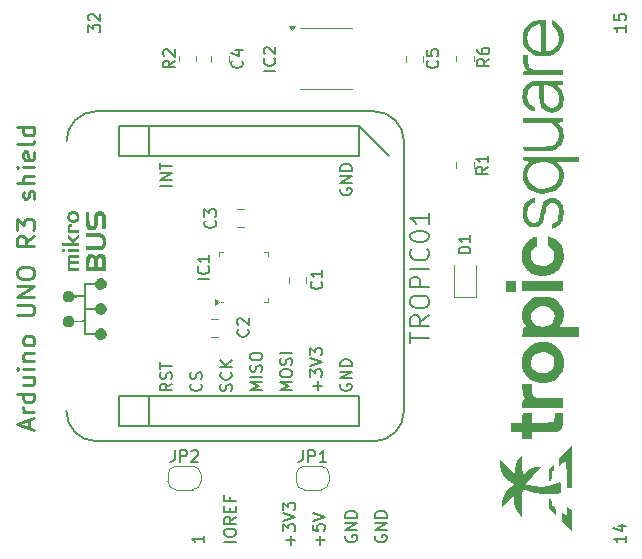
<source format=gbr>
%TF.GenerationSoftware,KiCad,Pcbnew,8.0.7+1*%
%TF.CreationDate,2025-02-19T15:00:20+01:00*%
%TF.ProjectId,ts14-arduino-shield,74733134-2d61-4726-9475-696e6f2d7368,rev?*%
%TF.SameCoordinates,Original*%
%TF.FileFunction,Legend,Top*%
%TF.FilePolarity,Positive*%
%FSLAX46Y46*%
G04 Gerber Fmt 4.6, Leading zero omitted, Abs format (unit mm)*
G04 Created by KiCad (PCBNEW 8.0.7+1) date 2025-02-19 15:00:20*
%MOMM*%
%LPD*%
G01*
G04 APERTURE LIST*
%ADD10C,0.150000*%
%ADD11C,0.250000*%
%ADD12C,0.200000*%
%ADD13C,0.120000*%
%ADD14C,0.000000*%
%ADD15C,0.127000*%
G04 APERTURE END LIST*
D10*
X137619819Y-118389411D02*
X137619819Y-118960839D01*
X137619819Y-118675125D02*
X136619819Y-118675125D01*
X136619819Y-118675125D02*
X136762676Y-118770363D01*
X136762676Y-118770363D02*
X136857914Y-118865601D01*
X136857914Y-118865601D02*
X136905533Y-118960839D01*
X140359819Y-118893220D02*
X139359819Y-118893220D01*
X139359819Y-118226554D02*
X139359819Y-118036078D01*
X139359819Y-118036078D02*
X139407438Y-117940840D01*
X139407438Y-117940840D02*
X139502676Y-117845602D01*
X139502676Y-117845602D02*
X139693152Y-117797983D01*
X139693152Y-117797983D02*
X140026485Y-117797983D01*
X140026485Y-117797983D02*
X140216961Y-117845602D01*
X140216961Y-117845602D02*
X140312200Y-117940840D01*
X140312200Y-117940840D02*
X140359819Y-118036078D01*
X140359819Y-118036078D02*
X140359819Y-118226554D01*
X140359819Y-118226554D02*
X140312200Y-118321792D01*
X140312200Y-118321792D02*
X140216961Y-118417030D01*
X140216961Y-118417030D02*
X140026485Y-118464649D01*
X140026485Y-118464649D02*
X139693152Y-118464649D01*
X139693152Y-118464649D02*
X139502676Y-118417030D01*
X139502676Y-118417030D02*
X139407438Y-118321792D01*
X139407438Y-118321792D02*
X139359819Y-118226554D01*
X140359819Y-116797983D02*
X139883628Y-117131316D01*
X140359819Y-117369411D02*
X139359819Y-117369411D01*
X139359819Y-117369411D02*
X139359819Y-116988459D01*
X139359819Y-116988459D02*
X139407438Y-116893221D01*
X139407438Y-116893221D02*
X139455057Y-116845602D01*
X139455057Y-116845602D02*
X139550295Y-116797983D01*
X139550295Y-116797983D02*
X139693152Y-116797983D01*
X139693152Y-116797983D02*
X139788390Y-116845602D01*
X139788390Y-116845602D02*
X139836009Y-116893221D01*
X139836009Y-116893221D02*
X139883628Y-116988459D01*
X139883628Y-116988459D02*
X139883628Y-117369411D01*
X139836009Y-116369411D02*
X139836009Y-116036078D01*
X140359819Y-115893221D02*
X140359819Y-116369411D01*
X140359819Y-116369411D02*
X139359819Y-116369411D01*
X139359819Y-116369411D02*
X139359819Y-115893221D01*
X139836009Y-115131316D02*
X139836009Y-115464649D01*
X140359819Y-115464649D02*
X139359819Y-115464649D01*
X139359819Y-115464649D02*
X139359819Y-114988459D01*
X144988866Y-119163220D02*
X144988866Y-118401316D01*
X145369819Y-118782268D02*
X144607914Y-118782268D01*
X144369819Y-118020363D02*
X144369819Y-117401316D01*
X144369819Y-117401316D02*
X144750771Y-117734649D01*
X144750771Y-117734649D02*
X144750771Y-117591792D01*
X144750771Y-117591792D02*
X144798390Y-117496554D01*
X144798390Y-117496554D02*
X144846009Y-117448935D01*
X144846009Y-117448935D02*
X144941247Y-117401316D01*
X144941247Y-117401316D02*
X145179342Y-117401316D01*
X145179342Y-117401316D02*
X145274580Y-117448935D01*
X145274580Y-117448935D02*
X145322200Y-117496554D01*
X145322200Y-117496554D02*
X145369819Y-117591792D01*
X145369819Y-117591792D02*
X145369819Y-117877506D01*
X145369819Y-117877506D02*
X145322200Y-117972744D01*
X145322200Y-117972744D02*
X145274580Y-118020363D01*
X144369819Y-117115601D02*
X145369819Y-116782268D01*
X145369819Y-116782268D02*
X144369819Y-116448935D01*
X144369819Y-116210839D02*
X144369819Y-115591792D01*
X144369819Y-115591792D02*
X144750771Y-115925125D01*
X144750771Y-115925125D02*
X144750771Y-115782268D01*
X144750771Y-115782268D02*
X144798390Y-115687030D01*
X144798390Y-115687030D02*
X144846009Y-115639411D01*
X144846009Y-115639411D02*
X144941247Y-115591792D01*
X144941247Y-115591792D02*
X145179342Y-115591792D01*
X145179342Y-115591792D02*
X145274580Y-115639411D01*
X145274580Y-115639411D02*
X145322200Y-115687030D01*
X145322200Y-115687030D02*
X145369819Y-115782268D01*
X145369819Y-115782268D02*
X145369819Y-116067982D01*
X145369819Y-116067982D02*
X145322200Y-116163220D01*
X145322200Y-116163220D02*
X145274580Y-116210839D01*
D11*
X122874857Y-109285714D02*
X122874857Y-108571429D01*
X123303428Y-109428571D02*
X121803428Y-108928571D01*
X121803428Y-108928571D02*
X123303428Y-108428571D01*
X123303428Y-107928572D02*
X122303428Y-107928572D01*
X122589142Y-107928572D02*
X122446285Y-107857143D01*
X122446285Y-107857143D02*
X122374857Y-107785715D01*
X122374857Y-107785715D02*
X122303428Y-107642857D01*
X122303428Y-107642857D02*
X122303428Y-107500000D01*
X123303428Y-106357144D02*
X121803428Y-106357144D01*
X123232000Y-106357144D02*
X123303428Y-106500001D01*
X123303428Y-106500001D02*
X123303428Y-106785715D01*
X123303428Y-106785715D02*
X123232000Y-106928572D01*
X123232000Y-106928572D02*
X123160571Y-107000001D01*
X123160571Y-107000001D02*
X123017714Y-107071429D01*
X123017714Y-107071429D02*
X122589142Y-107071429D01*
X122589142Y-107071429D02*
X122446285Y-107000001D01*
X122446285Y-107000001D02*
X122374857Y-106928572D01*
X122374857Y-106928572D02*
X122303428Y-106785715D01*
X122303428Y-106785715D02*
X122303428Y-106500001D01*
X122303428Y-106500001D02*
X122374857Y-106357144D01*
X122303428Y-105000001D02*
X123303428Y-105000001D01*
X122303428Y-105642858D02*
X123089142Y-105642858D01*
X123089142Y-105642858D02*
X123232000Y-105571429D01*
X123232000Y-105571429D02*
X123303428Y-105428572D01*
X123303428Y-105428572D02*
X123303428Y-105214286D01*
X123303428Y-105214286D02*
X123232000Y-105071429D01*
X123232000Y-105071429D02*
X123160571Y-105000001D01*
X123303428Y-104285715D02*
X122303428Y-104285715D01*
X121803428Y-104285715D02*
X121874857Y-104357143D01*
X121874857Y-104357143D02*
X121946285Y-104285715D01*
X121946285Y-104285715D02*
X121874857Y-104214286D01*
X121874857Y-104214286D02*
X121803428Y-104285715D01*
X121803428Y-104285715D02*
X121946285Y-104285715D01*
X122303428Y-103571429D02*
X123303428Y-103571429D01*
X122446285Y-103571429D02*
X122374857Y-103500000D01*
X122374857Y-103500000D02*
X122303428Y-103357143D01*
X122303428Y-103357143D02*
X122303428Y-103142857D01*
X122303428Y-103142857D02*
X122374857Y-103000000D01*
X122374857Y-103000000D02*
X122517714Y-102928572D01*
X122517714Y-102928572D02*
X123303428Y-102928572D01*
X123303428Y-102000000D02*
X123232000Y-102142857D01*
X123232000Y-102142857D02*
X123160571Y-102214286D01*
X123160571Y-102214286D02*
X123017714Y-102285714D01*
X123017714Y-102285714D02*
X122589142Y-102285714D01*
X122589142Y-102285714D02*
X122446285Y-102214286D01*
X122446285Y-102214286D02*
X122374857Y-102142857D01*
X122374857Y-102142857D02*
X122303428Y-102000000D01*
X122303428Y-102000000D02*
X122303428Y-101785714D01*
X122303428Y-101785714D02*
X122374857Y-101642857D01*
X122374857Y-101642857D02*
X122446285Y-101571429D01*
X122446285Y-101571429D02*
X122589142Y-101500000D01*
X122589142Y-101500000D02*
X123017714Y-101500000D01*
X123017714Y-101500000D02*
X123160571Y-101571429D01*
X123160571Y-101571429D02*
X123232000Y-101642857D01*
X123232000Y-101642857D02*
X123303428Y-101785714D01*
X123303428Y-101785714D02*
X123303428Y-102000000D01*
X121803428Y-99714286D02*
X123017714Y-99714286D01*
X123017714Y-99714286D02*
X123160571Y-99642857D01*
X123160571Y-99642857D02*
X123232000Y-99571429D01*
X123232000Y-99571429D02*
X123303428Y-99428571D01*
X123303428Y-99428571D02*
X123303428Y-99142857D01*
X123303428Y-99142857D02*
X123232000Y-99000000D01*
X123232000Y-99000000D02*
X123160571Y-98928571D01*
X123160571Y-98928571D02*
X123017714Y-98857143D01*
X123017714Y-98857143D02*
X121803428Y-98857143D01*
X123303428Y-98142857D02*
X121803428Y-98142857D01*
X121803428Y-98142857D02*
X123303428Y-97285714D01*
X123303428Y-97285714D02*
X121803428Y-97285714D01*
X121803428Y-96285713D02*
X121803428Y-95999999D01*
X121803428Y-95999999D02*
X121874857Y-95857142D01*
X121874857Y-95857142D02*
X122017714Y-95714285D01*
X122017714Y-95714285D02*
X122303428Y-95642856D01*
X122303428Y-95642856D02*
X122803428Y-95642856D01*
X122803428Y-95642856D02*
X123089142Y-95714285D01*
X123089142Y-95714285D02*
X123232000Y-95857142D01*
X123232000Y-95857142D02*
X123303428Y-95999999D01*
X123303428Y-95999999D02*
X123303428Y-96285713D01*
X123303428Y-96285713D02*
X123232000Y-96428571D01*
X123232000Y-96428571D02*
X123089142Y-96571428D01*
X123089142Y-96571428D02*
X122803428Y-96642856D01*
X122803428Y-96642856D02*
X122303428Y-96642856D01*
X122303428Y-96642856D02*
X122017714Y-96571428D01*
X122017714Y-96571428D02*
X121874857Y-96428571D01*
X121874857Y-96428571D02*
X121803428Y-96285713D01*
X123303428Y-92999999D02*
X122589142Y-93499999D01*
X123303428Y-93857142D02*
X121803428Y-93857142D01*
X121803428Y-93857142D02*
X121803428Y-93285713D01*
X121803428Y-93285713D02*
X121874857Y-93142856D01*
X121874857Y-93142856D02*
X121946285Y-93071427D01*
X121946285Y-93071427D02*
X122089142Y-92999999D01*
X122089142Y-92999999D02*
X122303428Y-92999999D01*
X122303428Y-92999999D02*
X122446285Y-93071427D01*
X122446285Y-93071427D02*
X122517714Y-93142856D01*
X122517714Y-93142856D02*
X122589142Y-93285713D01*
X122589142Y-93285713D02*
X122589142Y-93857142D01*
X121803428Y-92499999D02*
X121803428Y-91571427D01*
X121803428Y-91571427D02*
X122374857Y-92071427D01*
X122374857Y-92071427D02*
X122374857Y-91857142D01*
X122374857Y-91857142D02*
X122446285Y-91714285D01*
X122446285Y-91714285D02*
X122517714Y-91642856D01*
X122517714Y-91642856D02*
X122660571Y-91571427D01*
X122660571Y-91571427D02*
X123017714Y-91571427D01*
X123017714Y-91571427D02*
X123160571Y-91642856D01*
X123160571Y-91642856D02*
X123232000Y-91714285D01*
X123232000Y-91714285D02*
X123303428Y-91857142D01*
X123303428Y-91857142D02*
X123303428Y-92285713D01*
X123303428Y-92285713D02*
X123232000Y-92428570D01*
X123232000Y-92428570D02*
X123160571Y-92499999D01*
X123232000Y-89857142D02*
X123303428Y-89714285D01*
X123303428Y-89714285D02*
X123303428Y-89428571D01*
X123303428Y-89428571D02*
X123232000Y-89285714D01*
X123232000Y-89285714D02*
X123089142Y-89214285D01*
X123089142Y-89214285D02*
X123017714Y-89214285D01*
X123017714Y-89214285D02*
X122874857Y-89285714D01*
X122874857Y-89285714D02*
X122803428Y-89428571D01*
X122803428Y-89428571D02*
X122803428Y-89642857D01*
X122803428Y-89642857D02*
X122732000Y-89785714D01*
X122732000Y-89785714D02*
X122589142Y-89857142D01*
X122589142Y-89857142D02*
X122517714Y-89857142D01*
X122517714Y-89857142D02*
X122374857Y-89785714D01*
X122374857Y-89785714D02*
X122303428Y-89642857D01*
X122303428Y-89642857D02*
X122303428Y-89428571D01*
X122303428Y-89428571D02*
X122374857Y-89285714D01*
X123303428Y-88571428D02*
X121803428Y-88571428D01*
X123303428Y-87928571D02*
X122517714Y-87928571D01*
X122517714Y-87928571D02*
X122374857Y-87999999D01*
X122374857Y-87999999D02*
X122303428Y-88142856D01*
X122303428Y-88142856D02*
X122303428Y-88357142D01*
X122303428Y-88357142D02*
X122374857Y-88499999D01*
X122374857Y-88499999D02*
X122446285Y-88571428D01*
X123303428Y-87214285D02*
X122303428Y-87214285D01*
X121803428Y-87214285D02*
X121874857Y-87285713D01*
X121874857Y-87285713D02*
X121946285Y-87214285D01*
X121946285Y-87214285D02*
X121874857Y-87142856D01*
X121874857Y-87142856D02*
X121803428Y-87214285D01*
X121803428Y-87214285D02*
X121946285Y-87214285D01*
X123232000Y-85928570D02*
X123303428Y-86071427D01*
X123303428Y-86071427D02*
X123303428Y-86357142D01*
X123303428Y-86357142D02*
X123232000Y-86499999D01*
X123232000Y-86499999D02*
X123089142Y-86571427D01*
X123089142Y-86571427D02*
X122517714Y-86571427D01*
X122517714Y-86571427D02*
X122374857Y-86499999D01*
X122374857Y-86499999D02*
X122303428Y-86357142D01*
X122303428Y-86357142D02*
X122303428Y-86071427D01*
X122303428Y-86071427D02*
X122374857Y-85928570D01*
X122374857Y-85928570D02*
X122517714Y-85857142D01*
X122517714Y-85857142D02*
X122660571Y-85857142D01*
X122660571Y-85857142D02*
X122803428Y-86571427D01*
X123303428Y-84999999D02*
X123232000Y-85142856D01*
X123232000Y-85142856D02*
X123089142Y-85214285D01*
X123089142Y-85214285D02*
X121803428Y-85214285D01*
X123303428Y-83785714D02*
X121803428Y-83785714D01*
X123232000Y-83785714D02*
X123303428Y-83928571D01*
X123303428Y-83928571D02*
X123303428Y-84214285D01*
X123303428Y-84214285D02*
X123232000Y-84357142D01*
X123232000Y-84357142D02*
X123160571Y-84428571D01*
X123160571Y-84428571D02*
X123017714Y-84499999D01*
X123017714Y-84499999D02*
X122589142Y-84499999D01*
X122589142Y-84499999D02*
X122446285Y-84428571D01*
X122446285Y-84428571D02*
X122374857Y-84357142D01*
X122374857Y-84357142D02*
X122303428Y-84214285D01*
X122303428Y-84214285D02*
X122303428Y-83928571D01*
X122303428Y-83928571D02*
X122374857Y-83785714D01*
D10*
X147488866Y-119163220D02*
X147488866Y-118401316D01*
X147869819Y-118782268D02*
X147107914Y-118782268D01*
X146869819Y-117448935D02*
X146869819Y-117925125D01*
X146869819Y-117925125D02*
X147346009Y-117972744D01*
X147346009Y-117972744D02*
X147298390Y-117925125D01*
X147298390Y-117925125D02*
X147250771Y-117829887D01*
X147250771Y-117829887D02*
X147250771Y-117591792D01*
X147250771Y-117591792D02*
X147298390Y-117496554D01*
X147298390Y-117496554D02*
X147346009Y-117448935D01*
X147346009Y-117448935D02*
X147441247Y-117401316D01*
X147441247Y-117401316D02*
X147679342Y-117401316D01*
X147679342Y-117401316D02*
X147774580Y-117448935D01*
X147774580Y-117448935D02*
X147822200Y-117496554D01*
X147822200Y-117496554D02*
X147869819Y-117591792D01*
X147869819Y-117591792D02*
X147869819Y-117829887D01*
X147869819Y-117829887D02*
X147822200Y-117925125D01*
X147822200Y-117925125D02*
X147774580Y-117972744D01*
X146869819Y-117115601D02*
X147869819Y-116782268D01*
X147869819Y-116782268D02*
X146869819Y-116448935D01*
X127869819Y-75758458D02*
X127869819Y-75139411D01*
X127869819Y-75139411D02*
X128250771Y-75472744D01*
X128250771Y-75472744D02*
X128250771Y-75329887D01*
X128250771Y-75329887D02*
X128298390Y-75234649D01*
X128298390Y-75234649D02*
X128346009Y-75187030D01*
X128346009Y-75187030D02*
X128441247Y-75139411D01*
X128441247Y-75139411D02*
X128679342Y-75139411D01*
X128679342Y-75139411D02*
X128774580Y-75187030D01*
X128774580Y-75187030D02*
X128822200Y-75234649D01*
X128822200Y-75234649D02*
X128869819Y-75329887D01*
X128869819Y-75329887D02*
X128869819Y-75615601D01*
X128869819Y-75615601D02*
X128822200Y-75710839D01*
X128822200Y-75710839D02*
X128774580Y-75758458D01*
X127965057Y-74758458D02*
X127917438Y-74710839D01*
X127917438Y-74710839D02*
X127869819Y-74615601D01*
X127869819Y-74615601D02*
X127869819Y-74377506D01*
X127869819Y-74377506D02*
X127917438Y-74282268D01*
X127917438Y-74282268D02*
X127965057Y-74234649D01*
X127965057Y-74234649D02*
X128060295Y-74187030D01*
X128060295Y-74187030D02*
X128155533Y-74187030D01*
X128155533Y-74187030D02*
X128298390Y-74234649D01*
X128298390Y-74234649D02*
X128869819Y-74806077D01*
X128869819Y-74806077D02*
X128869819Y-74187030D01*
X173369819Y-118389411D02*
X173369819Y-118960839D01*
X173369819Y-118675125D02*
X172369819Y-118675125D01*
X172369819Y-118675125D02*
X172512676Y-118770363D01*
X172512676Y-118770363D02*
X172607914Y-118865601D01*
X172607914Y-118865601D02*
X172655533Y-118960839D01*
X172703152Y-117532268D02*
X173369819Y-117532268D01*
X172322200Y-117770363D02*
X173036485Y-118008458D01*
X173036485Y-118008458D02*
X173036485Y-117389411D01*
X152167438Y-118389411D02*
X152119819Y-118484649D01*
X152119819Y-118484649D02*
X152119819Y-118627506D01*
X152119819Y-118627506D02*
X152167438Y-118770363D01*
X152167438Y-118770363D02*
X152262676Y-118865601D01*
X152262676Y-118865601D02*
X152357914Y-118913220D01*
X152357914Y-118913220D02*
X152548390Y-118960839D01*
X152548390Y-118960839D02*
X152691247Y-118960839D01*
X152691247Y-118960839D02*
X152881723Y-118913220D01*
X152881723Y-118913220D02*
X152976961Y-118865601D01*
X152976961Y-118865601D02*
X153072200Y-118770363D01*
X153072200Y-118770363D02*
X153119819Y-118627506D01*
X153119819Y-118627506D02*
X153119819Y-118532268D01*
X153119819Y-118532268D02*
X153072200Y-118389411D01*
X153072200Y-118389411D02*
X153024580Y-118341792D01*
X153024580Y-118341792D02*
X152691247Y-118341792D01*
X152691247Y-118341792D02*
X152691247Y-118532268D01*
X153119819Y-117913220D02*
X152119819Y-117913220D01*
X152119819Y-117913220D02*
X153119819Y-117341792D01*
X153119819Y-117341792D02*
X152119819Y-117341792D01*
X153119819Y-116865601D02*
X152119819Y-116865601D01*
X152119819Y-116865601D02*
X152119819Y-116627506D01*
X152119819Y-116627506D02*
X152167438Y-116484649D01*
X152167438Y-116484649D02*
X152262676Y-116389411D01*
X152262676Y-116389411D02*
X152357914Y-116341792D01*
X152357914Y-116341792D02*
X152548390Y-116294173D01*
X152548390Y-116294173D02*
X152691247Y-116294173D01*
X152691247Y-116294173D02*
X152881723Y-116341792D01*
X152881723Y-116341792D02*
X152976961Y-116389411D01*
X152976961Y-116389411D02*
X153072200Y-116484649D01*
X153072200Y-116484649D02*
X153119819Y-116627506D01*
X153119819Y-116627506D02*
X153119819Y-116865601D01*
X149667438Y-118389411D02*
X149619819Y-118484649D01*
X149619819Y-118484649D02*
X149619819Y-118627506D01*
X149619819Y-118627506D02*
X149667438Y-118770363D01*
X149667438Y-118770363D02*
X149762676Y-118865601D01*
X149762676Y-118865601D02*
X149857914Y-118913220D01*
X149857914Y-118913220D02*
X150048390Y-118960839D01*
X150048390Y-118960839D02*
X150191247Y-118960839D01*
X150191247Y-118960839D02*
X150381723Y-118913220D01*
X150381723Y-118913220D02*
X150476961Y-118865601D01*
X150476961Y-118865601D02*
X150572200Y-118770363D01*
X150572200Y-118770363D02*
X150619819Y-118627506D01*
X150619819Y-118627506D02*
X150619819Y-118532268D01*
X150619819Y-118532268D02*
X150572200Y-118389411D01*
X150572200Y-118389411D02*
X150524580Y-118341792D01*
X150524580Y-118341792D02*
X150191247Y-118341792D01*
X150191247Y-118341792D02*
X150191247Y-118532268D01*
X150619819Y-117913220D02*
X149619819Y-117913220D01*
X149619819Y-117913220D02*
X150619819Y-117341792D01*
X150619819Y-117341792D02*
X149619819Y-117341792D01*
X150619819Y-116865601D02*
X149619819Y-116865601D01*
X149619819Y-116865601D02*
X149619819Y-116627506D01*
X149619819Y-116627506D02*
X149667438Y-116484649D01*
X149667438Y-116484649D02*
X149762676Y-116389411D01*
X149762676Y-116389411D02*
X149857914Y-116341792D01*
X149857914Y-116341792D02*
X150048390Y-116294173D01*
X150048390Y-116294173D02*
X150191247Y-116294173D01*
X150191247Y-116294173D02*
X150381723Y-116341792D01*
X150381723Y-116341792D02*
X150476961Y-116389411D01*
X150476961Y-116389411D02*
X150572200Y-116484649D01*
X150572200Y-116484649D02*
X150619819Y-116627506D01*
X150619819Y-116627506D02*
X150619819Y-116865601D01*
X173369819Y-75139411D02*
X173369819Y-75710839D01*
X173369819Y-75425125D02*
X172369819Y-75425125D01*
X172369819Y-75425125D02*
X172512676Y-75520363D01*
X172512676Y-75520363D02*
X172607914Y-75615601D01*
X172607914Y-75615601D02*
X172655533Y-75710839D01*
X172369819Y-74234649D02*
X172369819Y-74710839D01*
X172369819Y-74710839D02*
X172846009Y-74758458D01*
X172846009Y-74758458D02*
X172798390Y-74710839D01*
X172798390Y-74710839D02*
X172750771Y-74615601D01*
X172750771Y-74615601D02*
X172750771Y-74377506D01*
X172750771Y-74377506D02*
X172798390Y-74282268D01*
X172798390Y-74282268D02*
X172846009Y-74234649D01*
X172846009Y-74234649D02*
X172941247Y-74187030D01*
X172941247Y-74187030D02*
X173179342Y-74187030D01*
X173179342Y-74187030D02*
X173274580Y-74234649D01*
X173274580Y-74234649D02*
X173322200Y-74282268D01*
X173322200Y-74282268D02*
X173369819Y-74377506D01*
X173369819Y-74377506D02*
X173369819Y-74615601D01*
X173369819Y-74615601D02*
X173322200Y-74710839D01*
X173322200Y-74710839D02*
X173274580Y-74758458D01*
X138589580Y-91716666D02*
X138637200Y-91764285D01*
X138637200Y-91764285D02*
X138684819Y-91907142D01*
X138684819Y-91907142D02*
X138684819Y-92002380D01*
X138684819Y-92002380D02*
X138637200Y-92145237D01*
X138637200Y-92145237D02*
X138541961Y-92240475D01*
X138541961Y-92240475D02*
X138446723Y-92288094D01*
X138446723Y-92288094D02*
X138256247Y-92335713D01*
X138256247Y-92335713D02*
X138113390Y-92335713D01*
X138113390Y-92335713D02*
X137922914Y-92288094D01*
X137922914Y-92288094D02*
X137827676Y-92240475D01*
X137827676Y-92240475D02*
X137732438Y-92145237D01*
X137732438Y-92145237D02*
X137684819Y-92002380D01*
X137684819Y-92002380D02*
X137684819Y-91907142D01*
X137684819Y-91907142D02*
X137732438Y-91764285D01*
X137732438Y-91764285D02*
X137780057Y-91716666D01*
X137684819Y-91383332D02*
X137684819Y-90764285D01*
X137684819Y-90764285D02*
X138065771Y-91097618D01*
X138065771Y-91097618D02*
X138065771Y-90954761D01*
X138065771Y-90954761D02*
X138113390Y-90859523D01*
X138113390Y-90859523D02*
X138161009Y-90811904D01*
X138161009Y-90811904D02*
X138256247Y-90764285D01*
X138256247Y-90764285D02*
X138494342Y-90764285D01*
X138494342Y-90764285D02*
X138589580Y-90811904D01*
X138589580Y-90811904D02*
X138637200Y-90859523D01*
X138637200Y-90859523D02*
X138684819Y-90954761D01*
X138684819Y-90954761D02*
X138684819Y-91240475D01*
X138684819Y-91240475D02*
X138637200Y-91335713D01*
X138637200Y-91335713D02*
X138589580Y-91383332D01*
X140859580Y-78166666D02*
X140907200Y-78214285D01*
X140907200Y-78214285D02*
X140954819Y-78357142D01*
X140954819Y-78357142D02*
X140954819Y-78452380D01*
X140954819Y-78452380D02*
X140907200Y-78595237D01*
X140907200Y-78595237D02*
X140811961Y-78690475D01*
X140811961Y-78690475D02*
X140716723Y-78738094D01*
X140716723Y-78738094D02*
X140526247Y-78785713D01*
X140526247Y-78785713D02*
X140383390Y-78785713D01*
X140383390Y-78785713D02*
X140192914Y-78738094D01*
X140192914Y-78738094D02*
X140097676Y-78690475D01*
X140097676Y-78690475D02*
X140002438Y-78595237D01*
X140002438Y-78595237D02*
X139954819Y-78452380D01*
X139954819Y-78452380D02*
X139954819Y-78357142D01*
X139954819Y-78357142D02*
X140002438Y-78214285D01*
X140002438Y-78214285D02*
X140050057Y-78166666D01*
X140288152Y-77309523D02*
X140954819Y-77309523D01*
X139907200Y-77547618D02*
X140621485Y-77785713D01*
X140621485Y-77785713D02*
X140621485Y-77166666D01*
X141359580Y-100916666D02*
X141407200Y-100964285D01*
X141407200Y-100964285D02*
X141454819Y-101107142D01*
X141454819Y-101107142D02*
X141454819Y-101202380D01*
X141454819Y-101202380D02*
X141407200Y-101345237D01*
X141407200Y-101345237D02*
X141311961Y-101440475D01*
X141311961Y-101440475D02*
X141216723Y-101488094D01*
X141216723Y-101488094D02*
X141026247Y-101535713D01*
X141026247Y-101535713D02*
X140883390Y-101535713D01*
X140883390Y-101535713D02*
X140692914Y-101488094D01*
X140692914Y-101488094D02*
X140597676Y-101440475D01*
X140597676Y-101440475D02*
X140502438Y-101345237D01*
X140502438Y-101345237D02*
X140454819Y-101202380D01*
X140454819Y-101202380D02*
X140454819Y-101107142D01*
X140454819Y-101107142D02*
X140502438Y-100964285D01*
X140502438Y-100964285D02*
X140550057Y-100916666D01*
X140550057Y-100535713D02*
X140502438Y-100488094D01*
X140502438Y-100488094D02*
X140454819Y-100392856D01*
X140454819Y-100392856D02*
X140454819Y-100154761D01*
X140454819Y-100154761D02*
X140502438Y-100059523D01*
X140502438Y-100059523D02*
X140550057Y-100011904D01*
X140550057Y-100011904D02*
X140645295Y-99964285D01*
X140645295Y-99964285D02*
X140740533Y-99964285D01*
X140740533Y-99964285D02*
X140883390Y-100011904D01*
X140883390Y-100011904D02*
X141454819Y-100583332D01*
X141454819Y-100583332D02*
X141454819Y-99964285D01*
X147589580Y-96879166D02*
X147637200Y-96926785D01*
X147637200Y-96926785D02*
X147684819Y-97069642D01*
X147684819Y-97069642D02*
X147684819Y-97164880D01*
X147684819Y-97164880D02*
X147637200Y-97307737D01*
X147637200Y-97307737D02*
X147541961Y-97402975D01*
X147541961Y-97402975D02*
X147446723Y-97450594D01*
X147446723Y-97450594D02*
X147256247Y-97498213D01*
X147256247Y-97498213D02*
X147113390Y-97498213D01*
X147113390Y-97498213D02*
X146922914Y-97450594D01*
X146922914Y-97450594D02*
X146827676Y-97402975D01*
X146827676Y-97402975D02*
X146732438Y-97307737D01*
X146732438Y-97307737D02*
X146684819Y-97164880D01*
X146684819Y-97164880D02*
X146684819Y-97069642D01*
X146684819Y-97069642D02*
X146732438Y-96926785D01*
X146732438Y-96926785D02*
X146780057Y-96879166D01*
X147684819Y-95926785D02*
X147684819Y-96498213D01*
X147684819Y-96212499D02*
X146684819Y-96212499D01*
X146684819Y-96212499D02*
X146827676Y-96307737D01*
X146827676Y-96307737D02*
X146922914Y-96402975D01*
X146922914Y-96402975D02*
X146970533Y-96498213D01*
X146026666Y-111154819D02*
X146026666Y-111869104D01*
X146026666Y-111869104D02*
X145979047Y-112011961D01*
X145979047Y-112011961D02*
X145883809Y-112107200D01*
X145883809Y-112107200D02*
X145740952Y-112154819D01*
X145740952Y-112154819D02*
X145645714Y-112154819D01*
X146502857Y-112154819D02*
X146502857Y-111154819D01*
X146502857Y-111154819D02*
X146883809Y-111154819D01*
X146883809Y-111154819D02*
X146979047Y-111202438D01*
X146979047Y-111202438D02*
X147026666Y-111250057D01*
X147026666Y-111250057D02*
X147074285Y-111345295D01*
X147074285Y-111345295D02*
X147074285Y-111488152D01*
X147074285Y-111488152D02*
X147026666Y-111583390D01*
X147026666Y-111583390D02*
X146979047Y-111631009D01*
X146979047Y-111631009D02*
X146883809Y-111678628D01*
X146883809Y-111678628D02*
X146502857Y-111678628D01*
X148026666Y-112154819D02*
X147455238Y-112154819D01*
X147740952Y-112154819D02*
X147740952Y-111154819D01*
X147740952Y-111154819D02*
X147645714Y-111297676D01*
X147645714Y-111297676D02*
X147550476Y-111392914D01*
X147550476Y-111392914D02*
X147455238Y-111440533D01*
D12*
X155129790Y-102100000D02*
X155129790Y-101185714D01*
X156729790Y-101642857D02*
X155129790Y-101642857D01*
X156729790Y-99738094D02*
X155967885Y-100271428D01*
X156729790Y-100652380D02*
X155129790Y-100652380D01*
X155129790Y-100652380D02*
X155129790Y-100042856D01*
X155129790Y-100042856D02*
X155205980Y-99890475D01*
X155205980Y-99890475D02*
X155282171Y-99814285D01*
X155282171Y-99814285D02*
X155434552Y-99738094D01*
X155434552Y-99738094D02*
X155663123Y-99738094D01*
X155663123Y-99738094D02*
X155815504Y-99814285D01*
X155815504Y-99814285D02*
X155891695Y-99890475D01*
X155891695Y-99890475D02*
X155967885Y-100042856D01*
X155967885Y-100042856D02*
X155967885Y-100652380D01*
X155129790Y-98747618D02*
X155129790Y-98442856D01*
X155129790Y-98442856D02*
X155205980Y-98290475D01*
X155205980Y-98290475D02*
X155358361Y-98138094D01*
X155358361Y-98138094D02*
X155663123Y-98061904D01*
X155663123Y-98061904D02*
X156196457Y-98061904D01*
X156196457Y-98061904D02*
X156501219Y-98138094D01*
X156501219Y-98138094D02*
X156653600Y-98290475D01*
X156653600Y-98290475D02*
X156729790Y-98442856D01*
X156729790Y-98442856D02*
X156729790Y-98747618D01*
X156729790Y-98747618D02*
X156653600Y-98899999D01*
X156653600Y-98899999D02*
X156501219Y-99052380D01*
X156501219Y-99052380D02*
X156196457Y-99128571D01*
X156196457Y-99128571D02*
X155663123Y-99128571D01*
X155663123Y-99128571D02*
X155358361Y-99052380D01*
X155358361Y-99052380D02*
X155205980Y-98899999D01*
X155205980Y-98899999D02*
X155129790Y-98747618D01*
X156729790Y-97376190D02*
X155129790Y-97376190D01*
X155129790Y-97376190D02*
X155129790Y-96766666D01*
X155129790Y-96766666D02*
X155205980Y-96614285D01*
X155205980Y-96614285D02*
X155282171Y-96538095D01*
X155282171Y-96538095D02*
X155434552Y-96461904D01*
X155434552Y-96461904D02*
X155663123Y-96461904D01*
X155663123Y-96461904D02*
X155815504Y-96538095D01*
X155815504Y-96538095D02*
X155891695Y-96614285D01*
X155891695Y-96614285D02*
X155967885Y-96766666D01*
X155967885Y-96766666D02*
X155967885Y-97376190D01*
X156729790Y-95776190D02*
X155129790Y-95776190D01*
X156577409Y-94099999D02*
X156653600Y-94176190D01*
X156653600Y-94176190D02*
X156729790Y-94404761D01*
X156729790Y-94404761D02*
X156729790Y-94557142D01*
X156729790Y-94557142D02*
X156653600Y-94785714D01*
X156653600Y-94785714D02*
X156501219Y-94938095D01*
X156501219Y-94938095D02*
X156348838Y-95014285D01*
X156348838Y-95014285D02*
X156044076Y-95090476D01*
X156044076Y-95090476D02*
X155815504Y-95090476D01*
X155815504Y-95090476D02*
X155510742Y-95014285D01*
X155510742Y-95014285D02*
X155358361Y-94938095D01*
X155358361Y-94938095D02*
X155205980Y-94785714D01*
X155205980Y-94785714D02*
X155129790Y-94557142D01*
X155129790Y-94557142D02*
X155129790Y-94404761D01*
X155129790Y-94404761D02*
X155205980Y-94176190D01*
X155205980Y-94176190D02*
X155282171Y-94099999D01*
X155129790Y-93109523D02*
X155129790Y-92957142D01*
X155129790Y-92957142D02*
X155205980Y-92804761D01*
X155205980Y-92804761D02*
X155282171Y-92728571D01*
X155282171Y-92728571D02*
X155434552Y-92652380D01*
X155434552Y-92652380D02*
X155739314Y-92576190D01*
X155739314Y-92576190D02*
X156120266Y-92576190D01*
X156120266Y-92576190D02*
X156425028Y-92652380D01*
X156425028Y-92652380D02*
X156577409Y-92728571D01*
X156577409Y-92728571D02*
X156653600Y-92804761D01*
X156653600Y-92804761D02*
X156729790Y-92957142D01*
X156729790Y-92957142D02*
X156729790Y-93109523D01*
X156729790Y-93109523D02*
X156653600Y-93261904D01*
X156653600Y-93261904D02*
X156577409Y-93338095D01*
X156577409Y-93338095D02*
X156425028Y-93414285D01*
X156425028Y-93414285D02*
X156120266Y-93490476D01*
X156120266Y-93490476D02*
X155739314Y-93490476D01*
X155739314Y-93490476D02*
X155434552Y-93414285D01*
X155434552Y-93414285D02*
X155282171Y-93338095D01*
X155282171Y-93338095D02*
X155205980Y-93261904D01*
X155205980Y-93261904D02*
X155129790Y-93109523D01*
X156729790Y-91052380D02*
X156729790Y-91966666D01*
X156729790Y-91509523D02*
X155129790Y-91509523D01*
X155129790Y-91509523D02*
X155358361Y-91661904D01*
X155358361Y-91661904D02*
X155510742Y-91814285D01*
X155510742Y-91814285D02*
X155586933Y-91966666D01*
D10*
X149237438Y-105558095D02*
X149189819Y-105653333D01*
X149189819Y-105653333D02*
X149189819Y-105796190D01*
X149189819Y-105796190D02*
X149237438Y-105939047D01*
X149237438Y-105939047D02*
X149332676Y-106034285D01*
X149332676Y-106034285D02*
X149427914Y-106081904D01*
X149427914Y-106081904D02*
X149618390Y-106129523D01*
X149618390Y-106129523D02*
X149761247Y-106129523D01*
X149761247Y-106129523D02*
X149951723Y-106081904D01*
X149951723Y-106081904D02*
X150046961Y-106034285D01*
X150046961Y-106034285D02*
X150142200Y-105939047D01*
X150142200Y-105939047D02*
X150189819Y-105796190D01*
X150189819Y-105796190D02*
X150189819Y-105700952D01*
X150189819Y-105700952D02*
X150142200Y-105558095D01*
X150142200Y-105558095D02*
X150094580Y-105510476D01*
X150094580Y-105510476D02*
X149761247Y-105510476D01*
X149761247Y-105510476D02*
X149761247Y-105700952D01*
X150189819Y-105081904D02*
X149189819Y-105081904D01*
X149189819Y-105081904D02*
X150189819Y-104510476D01*
X150189819Y-104510476D02*
X149189819Y-104510476D01*
X150189819Y-104034285D02*
X149189819Y-104034285D01*
X149189819Y-104034285D02*
X149189819Y-103796190D01*
X149189819Y-103796190D02*
X149237438Y-103653333D01*
X149237438Y-103653333D02*
X149332676Y-103558095D01*
X149332676Y-103558095D02*
X149427914Y-103510476D01*
X149427914Y-103510476D02*
X149618390Y-103462857D01*
X149618390Y-103462857D02*
X149761247Y-103462857D01*
X149761247Y-103462857D02*
X149951723Y-103510476D01*
X149951723Y-103510476D02*
X150046961Y-103558095D01*
X150046961Y-103558095D02*
X150142200Y-103653333D01*
X150142200Y-103653333D02*
X150189819Y-103796190D01*
X150189819Y-103796190D02*
X150189819Y-104034285D01*
X145109819Y-106081903D02*
X144109819Y-106081903D01*
X144109819Y-106081903D02*
X144824104Y-105748570D01*
X144824104Y-105748570D02*
X144109819Y-105415237D01*
X144109819Y-105415237D02*
X145109819Y-105415237D01*
X144109819Y-104748570D02*
X144109819Y-104558094D01*
X144109819Y-104558094D02*
X144157438Y-104462856D01*
X144157438Y-104462856D02*
X144252676Y-104367618D01*
X144252676Y-104367618D02*
X144443152Y-104319999D01*
X144443152Y-104319999D02*
X144776485Y-104319999D01*
X144776485Y-104319999D02*
X144966961Y-104367618D01*
X144966961Y-104367618D02*
X145062200Y-104462856D01*
X145062200Y-104462856D02*
X145109819Y-104558094D01*
X145109819Y-104558094D02*
X145109819Y-104748570D01*
X145109819Y-104748570D02*
X145062200Y-104843808D01*
X145062200Y-104843808D02*
X144966961Y-104939046D01*
X144966961Y-104939046D02*
X144776485Y-104986665D01*
X144776485Y-104986665D02*
X144443152Y-104986665D01*
X144443152Y-104986665D02*
X144252676Y-104939046D01*
X144252676Y-104939046D02*
X144157438Y-104843808D01*
X144157438Y-104843808D02*
X144109819Y-104748570D01*
X145062200Y-103939046D02*
X145109819Y-103796189D01*
X145109819Y-103796189D02*
X145109819Y-103558094D01*
X145109819Y-103558094D02*
X145062200Y-103462856D01*
X145062200Y-103462856D02*
X145014580Y-103415237D01*
X145014580Y-103415237D02*
X144919342Y-103367618D01*
X144919342Y-103367618D02*
X144824104Y-103367618D01*
X144824104Y-103367618D02*
X144728866Y-103415237D01*
X144728866Y-103415237D02*
X144681247Y-103462856D01*
X144681247Y-103462856D02*
X144633628Y-103558094D01*
X144633628Y-103558094D02*
X144586009Y-103748570D01*
X144586009Y-103748570D02*
X144538390Y-103843808D01*
X144538390Y-103843808D02*
X144490771Y-103891427D01*
X144490771Y-103891427D02*
X144395533Y-103939046D01*
X144395533Y-103939046D02*
X144300295Y-103939046D01*
X144300295Y-103939046D02*
X144205057Y-103891427D01*
X144205057Y-103891427D02*
X144157438Y-103843808D01*
X144157438Y-103843808D02*
X144109819Y-103748570D01*
X144109819Y-103748570D02*
X144109819Y-103510475D01*
X144109819Y-103510475D02*
X144157438Y-103367618D01*
X145109819Y-102939046D02*
X144109819Y-102939046D01*
X134949819Y-88767227D02*
X133949819Y-88767227D01*
X134949819Y-88291037D02*
X133949819Y-88291037D01*
X133949819Y-88291037D02*
X134949819Y-87719609D01*
X134949819Y-87719609D02*
X133949819Y-87719609D01*
X133949819Y-87386275D02*
X133949819Y-86814847D01*
X134949819Y-87100561D02*
X133949819Y-87100561D01*
X147268866Y-106081904D02*
X147268866Y-105320000D01*
X147649819Y-105700952D02*
X146887914Y-105700952D01*
X146649819Y-104939047D02*
X146649819Y-104320000D01*
X146649819Y-104320000D02*
X147030771Y-104653333D01*
X147030771Y-104653333D02*
X147030771Y-104510476D01*
X147030771Y-104510476D02*
X147078390Y-104415238D01*
X147078390Y-104415238D02*
X147126009Y-104367619D01*
X147126009Y-104367619D02*
X147221247Y-104320000D01*
X147221247Y-104320000D02*
X147459342Y-104320000D01*
X147459342Y-104320000D02*
X147554580Y-104367619D01*
X147554580Y-104367619D02*
X147602200Y-104415238D01*
X147602200Y-104415238D02*
X147649819Y-104510476D01*
X147649819Y-104510476D02*
X147649819Y-104796190D01*
X147649819Y-104796190D02*
X147602200Y-104891428D01*
X147602200Y-104891428D02*
X147554580Y-104939047D01*
X146649819Y-104034285D02*
X147649819Y-103700952D01*
X147649819Y-103700952D02*
X146649819Y-103367619D01*
X146649819Y-103129523D02*
X146649819Y-102510476D01*
X146649819Y-102510476D02*
X147030771Y-102843809D01*
X147030771Y-102843809D02*
X147030771Y-102700952D01*
X147030771Y-102700952D02*
X147078390Y-102605714D01*
X147078390Y-102605714D02*
X147126009Y-102558095D01*
X147126009Y-102558095D02*
X147221247Y-102510476D01*
X147221247Y-102510476D02*
X147459342Y-102510476D01*
X147459342Y-102510476D02*
X147554580Y-102558095D01*
X147554580Y-102558095D02*
X147602200Y-102605714D01*
X147602200Y-102605714D02*
X147649819Y-102700952D01*
X147649819Y-102700952D02*
X147649819Y-102986666D01*
X147649819Y-102986666D02*
X147602200Y-103081904D01*
X147602200Y-103081904D02*
X147554580Y-103129523D01*
X134949819Y-105510476D02*
X134473628Y-105843809D01*
X134949819Y-106081904D02*
X133949819Y-106081904D01*
X133949819Y-106081904D02*
X133949819Y-105700952D01*
X133949819Y-105700952D02*
X133997438Y-105605714D01*
X133997438Y-105605714D02*
X134045057Y-105558095D01*
X134045057Y-105558095D02*
X134140295Y-105510476D01*
X134140295Y-105510476D02*
X134283152Y-105510476D01*
X134283152Y-105510476D02*
X134378390Y-105558095D01*
X134378390Y-105558095D02*
X134426009Y-105605714D01*
X134426009Y-105605714D02*
X134473628Y-105700952D01*
X134473628Y-105700952D02*
X134473628Y-106081904D01*
X134902200Y-105129523D02*
X134949819Y-104986666D01*
X134949819Y-104986666D02*
X134949819Y-104748571D01*
X134949819Y-104748571D02*
X134902200Y-104653333D01*
X134902200Y-104653333D02*
X134854580Y-104605714D01*
X134854580Y-104605714D02*
X134759342Y-104558095D01*
X134759342Y-104558095D02*
X134664104Y-104558095D01*
X134664104Y-104558095D02*
X134568866Y-104605714D01*
X134568866Y-104605714D02*
X134521247Y-104653333D01*
X134521247Y-104653333D02*
X134473628Y-104748571D01*
X134473628Y-104748571D02*
X134426009Y-104939047D01*
X134426009Y-104939047D02*
X134378390Y-105034285D01*
X134378390Y-105034285D02*
X134330771Y-105081904D01*
X134330771Y-105081904D02*
X134235533Y-105129523D01*
X134235533Y-105129523D02*
X134140295Y-105129523D01*
X134140295Y-105129523D02*
X134045057Y-105081904D01*
X134045057Y-105081904D02*
X133997438Y-105034285D01*
X133997438Y-105034285D02*
X133949819Y-104939047D01*
X133949819Y-104939047D02*
X133949819Y-104700952D01*
X133949819Y-104700952D02*
X133997438Y-104558095D01*
X133949819Y-104272380D02*
X133949819Y-103700952D01*
X134949819Y-103986666D02*
X133949819Y-103986666D01*
X149237438Y-89005323D02*
X149189819Y-89100561D01*
X149189819Y-89100561D02*
X149189819Y-89243418D01*
X149189819Y-89243418D02*
X149237438Y-89386275D01*
X149237438Y-89386275D02*
X149332676Y-89481513D01*
X149332676Y-89481513D02*
X149427914Y-89529132D01*
X149427914Y-89529132D02*
X149618390Y-89576751D01*
X149618390Y-89576751D02*
X149761247Y-89576751D01*
X149761247Y-89576751D02*
X149951723Y-89529132D01*
X149951723Y-89529132D02*
X150046961Y-89481513D01*
X150046961Y-89481513D02*
X150142200Y-89386275D01*
X150142200Y-89386275D02*
X150189819Y-89243418D01*
X150189819Y-89243418D02*
X150189819Y-89148180D01*
X150189819Y-89148180D02*
X150142200Y-89005323D01*
X150142200Y-89005323D02*
X150094580Y-88957704D01*
X150094580Y-88957704D02*
X149761247Y-88957704D01*
X149761247Y-88957704D02*
X149761247Y-89148180D01*
X150189819Y-88529132D02*
X149189819Y-88529132D01*
X149189819Y-88529132D02*
X150189819Y-87957704D01*
X150189819Y-87957704D02*
X149189819Y-87957704D01*
X150189819Y-87481513D02*
X149189819Y-87481513D01*
X149189819Y-87481513D02*
X149189819Y-87243418D01*
X149189819Y-87243418D02*
X149237438Y-87100561D01*
X149237438Y-87100561D02*
X149332676Y-87005323D01*
X149332676Y-87005323D02*
X149427914Y-86957704D01*
X149427914Y-86957704D02*
X149618390Y-86910085D01*
X149618390Y-86910085D02*
X149761247Y-86910085D01*
X149761247Y-86910085D02*
X149951723Y-86957704D01*
X149951723Y-86957704D02*
X150046961Y-87005323D01*
X150046961Y-87005323D02*
X150142200Y-87100561D01*
X150142200Y-87100561D02*
X150189819Y-87243418D01*
X150189819Y-87243418D02*
X150189819Y-87481513D01*
X142569819Y-106081903D02*
X141569819Y-106081903D01*
X141569819Y-106081903D02*
X142284104Y-105748570D01*
X142284104Y-105748570D02*
X141569819Y-105415237D01*
X141569819Y-105415237D02*
X142569819Y-105415237D01*
X142569819Y-104939046D02*
X141569819Y-104939046D01*
X142522200Y-104510475D02*
X142569819Y-104367618D01*
X142569819Y-104367618D02*
X142569819Y-104129523D01*
X142569819Y-104129523D02*
X142522200Y-104034285D01*
X142522200Y-104034285D02*
X142474580Y-103986666D01*
X142474580Y-103986666D02*
X142379342Y-103939047D01*
X142379342Y-103939047D02*
X142284104Y-103939047D01*
X142284104Y-103939047D02*
X142188866Y-103986666D01*
X142188866Y-103986666D02*
X142141247Y-104034285D01*
X142141247Y-104034285D02*
X142093628Y-104129523D01*
X142093628Y-104129523D02*
X142046009Y-104319999D01*
X142046009Y-104319999D02*
X141998390Y-104415237D01*
X141998390Y-104415237D02*
X141950771Y-104462856D01*
X141950771Y-104462856D02*
X141855533Y-104510475D01*
X141855533Y-104510475D02*
X141760295Y-104510475D01*
X141760295Y-104510475D02*
X141665057Y-104462856D01*
X141665057Y-104462856D02*
X141617438Y-104415237D01*
X141617438Y-104415237D02*
X141569819Y-104319999D01*
X141569819Y-104319999D02*
X141569819Y-104081904D01*
X141569819Y-104081904D02*
X141617438Y-103939047D01*
X141569819Y-103319999D02*
X141569819Y-103129523D01*
X141569819Y-103129523D02*
X141617438Y-103034285D01*
X141617438Y-103034285D02*
X141712676Y-102939047D01*
X141712676Y-102939047D02*
X141903152Y-102891428D01*
X141903152Y-102891428D02*
X142236485Y-102891428D01*
X142236485Y-102891428D02*
X142426961Y-102939047D01*
X142426961Y-102939047D02*
X142522200Y-103034285D01*
X142522200Y-103034285D02*
X142569819Y-103129523D01*
X142569819Y-103129523D02*
X142569819Y-103319999D01*
X142569819Y-103319999D02*
X142522200Y-103415237D01*
X142522200Y-103415237D02*
X142426961Y-103510475D01*
X142426961Y-103510475D02*
X142236485Y-103558094D01*
X142236485Y-103558094D02*
X141903152Y-103558094D01*
X141903152Y-103558094D02*
X141712676Y-103510475D01*
X141712676Y-103510475D02*
X141617438Y-103415237D01*
X141617438Y-103415237D02*
X141569819Y-103319999D01*
X137394580Y-105510476D02*
X137442200Y-105558095D01*
X137442200Y-105558095D02*
X137489819Y-105700952D01*
X137489819Y-105700952D02*
X137489819Y-105796190D01*
X137489819Y-105796190D02*
X137442200Y-105939047D01*
X137442200Y-105939047D02*
X137346961Y-106034285D01*
X137346961Y-106034285D02*
X137251723Y-106081904D01*
X137251723Y-106081904D02*
X137061247Y-106129523D01*
X137061247Y-106129523D02*
X136918390Y-106129523D01*
X136918390Y-106129523D02*
X136727914Y-106081904D01*
X136727914Y-106081904D02*
X136632676Y-106034285D01*
X136632676Y-106034285D02*
X136537438Y-105939047D01*
X136537438Y-105939047D02*
X136489819Y-105796190D01*
X136489819Y-105796190D02*
X136489819Y-105700952D01*
X136489819Y-105700952D02*
X136537438Y-105558095D01*
X136537438Y-105558095D02*
X136585057Y-105510476D01*
X137442200Y-105129523D02*
X137489819Y-104986666D01*
X137489819Y-104986666D02*
X137489819Y-104748571D01*
X137489819Y-104748571D02*
X137442200Y-104653333D01*
X137442200Y-104653333D02*
X137394580Y-104605714D01*
X137394580Y-104605714D02*
X137299342Y-104558095D01*
X137299342Y-104558095D02*
X137204104Y-104558095D01*
X137204104Y-104558095D02*
X137108866Y-104605714D01*
X137108866Y-104605714D02*
X137061247Y-104653333D01*
X137061247Y-104653333D02*
X137013628Y-104748571D01*
X137013628Y-104748571D02*
X136966009Y-104939047D01*
X136966009Y-104939047D02*
X136918390Y-105034285D01*
X136918390Y-105034285D02*
X136870771Y-105081904D01*
X136870771Y-105081904D02*
X136775533Y-105129523D01*
X136775533Y-105129523D02*
X136680295Y-105129523D01*
X136680295Y-105129523D02*
X136585057Y-105081904D01*
X136585057Y-105081904D02*
X136537438Y-105034285D01*
X136537438Y-105034285D02*
X136489819Y-104939047D01*
X136489819Y-104939047D02*
X136489819Y-104700952D01*
X136489819Y-104700952D02*
X136537438Y-104558095D01*
X139982200Y-106129523D02*
X140029819Y-105986666D01*
X140029819Y-105986666D02*
X140029819Y-105748571D01*
X140029819Y-105748571D02*
X139982200Y-105653333D01*
X139982200Y-105653333D02*
X139934580Y-105605714D01*
X139934580Y-105605714D02*
X139839342Y-105558095D01*
X139839342Y-105558095D02*
X139744104Y-105558095D01*
X139744104Y-105558095D02*
X139648866Y-105605714D01*
X139648866Y-105605714D02*
X139601247Y-105653333D01*
X139601247Y-105653333D02*
X139553628Y-105748571D01*
X139553628Y-105748571D02*
X139506009Y-105939047D01*
X139506009Y-105939047D02*
X139458390Y-106034285D01*
X139458390Y-106034285D02*
X139410771Y-106081904D01*
X139410771Y-106081904D02*
X139315533Y-106129523D01*
X139315533Y-106129523D02*
X139220295Y-106129523D01*
X139220295Y-106129523D02*
X139125057Y-106081904D01*
X139125057Y-106081904D02*
X139077438Y-106034285D01*
X139077438Y-106034285D02*
X139029819Y-105939047D01*
X139029819Y-105939047D02*
X139029819Y-105700952D01*
X139029819Y-105700952D02*
X139077438Y-105558095D01*
X139934580Y-104558095D02*
X139982200Y-104605714D01*
X139982200Y-104605714D02*
X140029819Y-104748571D01*
X140029819Y-104748571D02*
X140029819Y-104843809D01*
X140029819Y-104843809D02*
X139982200Y-104986666D01*
X139982200Y-104986666D02*
X139886961Y-105081904D01*
X139886961Y-105081904D02*
X139791723Y-105129523D01*
X139791723Y-105129523D02*
X139601247Y-105177142D01*
X139601247Y-105177142D02*
X139458390Y-105177142D01*
X139458390Y-105177142D02*
X139267914Y-105129523D01*
X139267914Y-105129523D02*
X139172676Y-105081904D01*
X139172676Y-105081904D02*
X139077438Y-104986666D01*
X139077438Y-104986666D02*
X139029819Y-104843809D01*
X139029819Y-104843809D02*
X139029819Y-104748571D01*
X139029819Y-104748571D02*
X139077438Y-104605714D01*
X139077438Y-104605714D02*
X139125057Y-104558095D01*
X140029819Y-104129523D02*
X139029819Y-104129523D01*
X140029819Y-103558095D02*
X139458390Y-103986666D01*
X139029819Y-103558095D02*
X139601247Y-104129523D01*
X135204819Y-78166666D02*
X134728628Y-78499999D01*
X135204819Y-78738094D02*
X134204819Y-78738094D01*
X134204819Y-78738094D02*
X134204819Y-78357142D01*
X134204819Y-78357142D02*
X134252438Y-78261904D01*
X134252438Y-78261904D02*
X134300057Y-78214285D01*
X134300057Y-78214285D02*
X134395295Y-78166666D01*
X134395295Y-78166666D02*
X134538152Y-78166666D01*
X134538152Y-78166666D02*
X134633390Y-78214285D01*
X134633390Y-78214285D02*
X134681009Y-78261904D01*
X134681009Y-78261904D02*
X134728628Y-78357142D01*
X134728628Y-78357142D02*
X134728628Y-78738094D01*
X134300057Y-77785713D02*
X134252438Y-77738094D01*
X134252438Y-77738094D02*
X134204819Y-77642856D01*
X134204819Y-77642856D02*
X134204819Y-77404761D01*
X134204819Y-77404761D02*
X134252438Y-77309523D01*
X134252438Y-77309523D02*
X134300057Y-77261904D01*
X134300057Y-77261904D02*
X134395295Y-77214285D01*
X134395295Y-77214285D02*
X134490533Y-77214285D01*
X134490533Y-77214285D02*
X134633390Y-77261904D01*
X134633390Y-77261904D02*
X135204819Y-77833332D01*
X135204819Y-77833332D02*
X135204819Y-77214285D01*
X161704819Y-87166666D02*
X161228628Y-87499999D01*
X161704819Y-87738094D02*
X160704819Y-87738094D01*
X160704819Y-87738094D02*
X160704819Y-87357142D01*
X160704819Y-87357142D02*
X160752438Y-87261904D01*
X160752438Y-87261904D02*
X160800057Y-87214285D01*
X160800057Y-87214285D02*
X160895295Y-87166666D01*
X160895295Y-87166666D02*
X161038152Y-87166666D01*
X161038152Y-87166666D02*
X161133390Y-87214285D01*
X161133390Y-87214285D02*
X161181009Y-87261904D01*
X161181009Y-87261904D02*
X161228628Y-87357142D01*
X161228628Y-87357142D02*
X161228628Y-87738094D01*
X161704819Y-86214285D02*
X161704819Y-86785713D01*
X161704819Y-86499999D02*
X160704819Y-86499999D01*
X160704819Y-86499999D02*
X160847676Y-86595237D01*
X160847676Y-86595237D02*
X160942914Y-86690475D01*
X160942914Y-86690475D02*
X160990533Y-86785713D01*
X160204819Y-94488094D02*
X159204819Y-94488094D01*
X159204819Y-94488094D02*
X159204819Y-94249999D01*
X159204819Y-94249999D02*
X159252438Y-94107142D01*
X159252438Y-94107142D02*
X159347676Y-94011904D01*
X159347676Y-94011904D02*
X159442914Y-93964285D01*
X159442914Y-93964285D02*
X159633390Y-93916666D01*
X159633390Y-93916666D02*
X159776247Y-93916666D01*
X159776247Y-93916666D02*
X159966723Y-93964285D01*
X159966723Y-93964285D02*
X160061961Y-94011904D01*
X160061961Y-94011904D02*
X160157200Y-94107142D01*
X160157200Y-94107142D02*
X160204819Y-94249999D01*
X160204819Y-94249999D02*
X160204819Y-94488094D01*
X160204819Y-92964285D02*
X160204819Y-93535713D01*
X160204819Y-93249999D02*
X159204819Y-93249999D01*
X159204819Y-93249999D02*
X159347676Y-93345237D01*
X159347676Y-93345237D02*
X159442914Y-93440475D01*
X159442914Y-93440475D02*
X159490533Y-93535713D01*
X157409580Y-78166666D02*
X157457200Y-78214285D01*
X157457200Y-78214285D02*
X157504819Y-78357142D01*
X157504819Y-78357142D02*
X157504819Y-78452380D01*
X157504819Y-78452380D02*
X157457200Y-78595237D01*
X157457200Y-78595237D02*
X157361961Y-78690475D01*
X157361961Y-78690475D02*
X157266723Y-78738094D01*
X157266723Y-78738094D02*
X157076247Y-78785713D01*
X157076247Y-78785713D02*
X156933390Y-78785713D01*
X156933390Y-78785713D02*
X156742914Y-78738094D01*
X156742914Y-78738094D02*
X156647676Y-78690475D01*
X156647676Y-78690475D02*
X156552438Y-78595237D01*
X156552438Y-78595237D02*
X156504819Y-78452380D01*
X156504819Y-78452380D02*
X156504819Y-78357142D01*
X156504819Y-78357142D02*
X156552438Y-78214285D01*
X156552438Y-78214285D02*
X156600057Y-78166666D01*
X156504819Y-77261904D02*
X156504819Y-77738094D01*
X156504819Y-77738094D02*
X156981009Y-77785713D01*
X156981009Y-77785713D02*
X156933390Y-77738094D01*
X156933390Y-77738094D02*
X156885771Y-77642856D01*
X156885771Y-77642856D02*
X156885771Y-77404761D01*
X156885771Y-77404761D02*
X156933390Y-77309523D01*
X156933390Y-77309523D02*
X156981009Y-77261904D01*
X156981009Y-77261904D02*
X157076247Y-77214285D01*
X157076247Y-77214285D02*
X157314342Y-77214285D01*
X157314342Y-77214285D02*
X157409580Y-77261904D01*
X157409580Y-77261904D02*
X157457200Y-77309523D01*
X157457200Y-77309523D02*
X157504819Y-77404761D01*
X157504819Y-77404761D02*
X157504819Y-77642856D01*
X157504819Y-77642856D02*
X157457200Y-77738094D01*
X157457200Y-77738094D02*
X157409580Y-77785713D01*
X143694819Y-79016189D02*
X142694819Y-79016189D01*
X143599580Y-77968571D02*
X143647200Y-78016190D01*
X143647200Y-78016190D02*
X143694819Y-78159047D01*
X143694819Y-78159047D02*
X143694819Y-78254285D01*
X143694819Y-78254285D02*
X143647200Y-78397142D01*
X143647200Y-78397142D02*
X143551961Y-78492380D01*
X143551961Y-78492380D02*
X143456723Y-78539999D01*
X143456723Y-78539999D02*
X143266247Y-78587618D01*
X143266247Y-78587618D02*
X143123390Y-78587618D01*
X143123390Y-78587618D02*
X142932914Y-78539999D01*
X142932914Y-78539999D02*
X142837676Y-78492380D01*
X142837676Y-78492380D02*
X142742438Y-78397142D01*
X142742438Y-78397142D02*
X142694819Y-78254285D01*
X142694819Y-78254285D02*
X142694819Y-78159047D01*
X142694819Y-78159047D02*
X142742438Y-78016190D01*
X142742438Y-78016190D02*
X142790057Y-77968571D01*
X142790057Y-77587618D02*
X142742438Y-77539999D01*
X142742438Y-77539999D02*
X142694819Y-77444761D01*
X142694819Y-77444761D02*
X142694819Y-77206666D01*
X142694819Y-77206666D02*
X142742438Y-77111428D01*
X142742438Y-77111428D02*
X142790057Y-77063809D01*
X142790057Y-77063809D02*
X142885295Y-77016190D01*
X142885295Y-77016190D02*
X142980533Y-77016190D01*
X142980533Y-77016190D02*
X143123390Y-77063809D01*
X143123390Y-77063809D02*
X143694819Y-77635237D01*
X143694819Y-77635237D02*
X143694819Y-77016190D01*
X161804819Y-78016666D02*
X161328628Y-78349999D01*
X161804819Y-78588094D02*
X160804819Y-78588094D01*
X160804819Y-78588094D02*
X160804819Y-78207142D01*
X160804819Y-78207142D02*
X160852438Y-78111904D01*
X160852438Y-78111904D02*
X160900057Y-78064285D01*
X160900057Y-78064285D02*
X160995295Y-78016666D01*
X160995295Y-78016666D02*
X161138152Y-78016666D01*
X161138152Y-78016666D02*
X161233390Y-78064285D01*
X161233390Y-78064285D02*
X161281009Y-78111904D01*
X161281009Y-78111904D02*
X161328628Y-78207142D01*
X161328628Y-78207142D02*
X161328628Y-78588094D01*
X160804819Y-77159523D02*
X160804819Y-77349999D01*
X160804819Y-77349999D02*
X160852438Y-77445237D01*
X160852438Y-77445237D02*
X160900057Y-77492856D01*
X160900057Y-77492856D02*
X161042914Y-77588094D01*
X161042914Y-77588094D02*
X161233390Y-77635713D01*
X161233390Y-77635713D02*
X161614342Y-77635713D01*
X161614342Y-77635713D02*
X161709580Y-77588094D01*
X161709580Y-77588094D02*
X161757200Y-77540475D01*
X161757200Y-77540475D02*
X161804819Y-77445237D01*
X161804819Y-77445237D02*
X161804819Y-77254761D01*
X161804819Y-77254761D02*
X161757200Y-77159523D01*
X161757200Y-77159523D02*
X161709580Y-77111904D01*
X161709580Y-77111904D02*
X161614342Y-77064285D01*
X161614342Y-77064285D02*
X161376247Y-77064285D01*
X161376247Y-77064285D02*
X161281009Y-77111904D01*
X161281009Y-77111904D02*
X161233390Y-77159523D01*
X161233390Y-77159523D02*
X161185771Y-77254761D01*
X161185771Y-77254761D02*
X161185771Y-77445237D01*
X161185771Y-77445237D02*
X161233390Y-77540475D01*
X161233390Y-77540475D02*
X161281009Y-77588094D01*
X161281009Y-77588094D02*
X161376247Y-77635713D01*
X138114819Y-96646189D02*
X137114819Y-96646189D01*
X138019580Y-95598571D02*
X138067200Y-95646190D01*
X138067200Y-95646190D02*
X138114819Y-95789047D01*
X138114819Y-95789047D02*
X138114819Y-95884285D01*
X138114819Y-95884285D02*
X138067200Y-96027142D01*
X138067200Y-96027142D02*
X137971961Y-96122380D01*
X137971961Y-96122380D02*
X137876723Y-96169999D01*
X137876723Y-96169999D02*
X137686247Y-96217618D01*
X137686247Y-96217618D02*
X137543390Y-96217618D01*
X137543390Y-96217618D02*
X137352914Y-96169999D01*
X137352914Y-96169999D02*
X137257676Y-96122380D01*
X137257676Y-96122380D02*
X137162438Y-96027142D01*
X137162438Y-96027142D02*
X137114819Y-95884285D01*
X137114819Y-95884285D02*
X137114819Y-95789047D01*
X137114819Y-95789047D02*
X137162438Y-95646190D01*
X137162438Y-95646190D02*
X137210057Y-95598571D01*
X138114819Y-94646190D02*
X138114819Y-95217618D01*
X138114819Y-94931904D02*
X137114819Y-94931904D01*
X137114819Y-94931904D02*
X137257676Y-95027142D01*
X137257676Y-95027142D02*
X137352914Y-95122380D01*
X137352914Y-95122380D02*
X137400533Y-95217618D01*
X135166666Y-111154819D02*
X135166666Y-111869104D01*
X135166666Y-111869104D02*
X135119047Y-112011961D01*
X135119047Y-112011961D02*
X135023809Y-112107200D01*
X135023809Y-112107200D02*
X134880952Y-112154819D01*
X134880952Y-112154819D02*
X134785714Y-112154819D01*
X135642857Y-112154819D02*
X135642857Y-111154819D01*
X135642857Y-111154819D02*
X136023809Y-111154819D01*
X136023809Y-111154819D02*
X136119047Y-111202438D01*
X136119047Y-111202438D02*
X136166666Y-111250057D01*
X136166666Y-111250057D02*
X136214285Y-111345295D01*
X136214285Y-111345295D02*
X136214285Y-111488152D01*
X136214285Y-111488152D02*
X136166666Y-111583390D01*
X136166666Y-111583390D02*
X136119047Y-111631009D01*
X136119047Y-111631009D02*
X136023809Y-111678628D01*
X136023809Y-111678628D02*
X135642857Y-111678628D01*
X136595238Y-111250057D02*
X136642857Y-111202438D01*
X136642857Y-111202438D02*
X136738095Y-111154819D01*
X136738095Y-111154819D02*
X136976190Y-111154819D01*
X136976190Y-111154819D02*
X137071428Y-111202438D01*
X137071428Y-111202438D02*
X137119047Y-111250057D01*
X137119047Y-111250057D02*
X137166666Y-111345295D01*
X137166666Y-111345295D02*
X137166666Y-111440533D01*
X137166666Y-111440533D02*
X137119047Y-111583390D01*
X137119047Y-111583390D02*
X136547619Y-112154819D01*
X136547619Y-112154819D02*
X137166666Y-112154819D01*
D13*
%TO.C,C3*%
X141011252Y-90765000D02*
X140488748Y-90765000D01*
X141011252Y-92235000D02*
X140488748Y-92235000D01*
%TO.C,C4*%
X138265000Y-77738748D02*
X138265000Y-78261252D01*
X139735000Y-77738748D02*
X139735000Y-78261252D01*
%TO.C,C2*%
X138811252Y-100065000D02*
X138288748Y-100065000D01*
X138811252Y-101535000D02*
X138288748Y-101535000D01*
%TO.C,C1*%
X144815000Y-96451248D02*
X144815000Y-96973752D01*
X146285000Y-96451248D02*
X146285000Y-96973752D01*
D14*
%TO.C,G1*%
G36*
X164078836Y-97738742D02*
G01*
X163253215Y-97738742D01*
X163253215Y-96815989D01*
X164078836Y-96815989D01*
X164078836Y-97738742D01*
G37*
G36*
X168061245Y-97690176D02*
G01*
X164613062Y-97690176D01*
X164613062Y-96864555D01*
X168061245Y-96864555D01*
X168061245Y-97690176D01*
G37*
G36*
X166956369Y-115265805D02*
G01*
X167024594Y-115307870D01*
X167061445Y-115388141D01*
X167079160Y-115534812D01*
X167080162Y-115551005D01*
X167097194Y-115706124D01*
X167138228Y-115803566D01*
X167223204Y-115882703D01*
X167261952Y-115909924D01*
X167355601Y-115980283D01*
X167405660Y-116049850D01*
X167425768Y-116151477D01*
X167429556Y-116313704D01*
X167429888Y-116603579D01*
X166847096Y-116026869D01*
X166847096Y-115626244D01*
X166848173Y-115430442D01*
X166854945Y-115314247D01*
X166872724Y-115260138D01*
X166906823Y-115250591D01*
X166956369Y-115265805D01*
G37*
G36*
X168838301Y-116195445D02*
G01*
X168838301Y-118013008D01*
X168401207Y-117577939D01*
X167964113Y-117142871D01*
X167964113Y-116814038D01*
X167969784Y-116649563D01*
X167984671Y-116531637D01*
X168005581Y-116485233D01*
X168006130Y-116485205D01*
X168070270Y-116512681D01*
X168167515Y-116579119D01*
X168171629Y-116582337D01*
X168265002Y-116649472D01*
X168322456Y-116679371D01*
X168323877Y-116679469D01*
X168337613Y-116634862D01*
X168347780Y-116516848D01*
X168352511Y-116349137D01*
X168352641Y-116314406D01*
X168352641Y-115949343D01*
X168838301Y-116195445D01*
G37*
G36*
X167283064Y-112561794D02*
G01*
X167277535Y-112728779D01*
X167253993Y-112826178D01*
X167204565Y-112881004D01*
X167187058Y-112891323D01*
X167137457Y-112929931D01*
X167108109Y-112995056D01*
X167093962Y-113109247D01*
X167089964Y-113295054D01*
X167089926Y-113324930D01*
X167084403Y-113535742D01*
X167062557Y-113667375D01*
X167016474Y-113737419D01*
X166938242Y-113763460D01*
X166891690Y-113765511D01*
X166873431Y-113720288D01*
X166858788Y-113597956D01*
X166849502Y-113418520D01*
X166847096Y-113252741D01*
X166847096Y-112739971D01*
X167281938Y-112284249D01*
X167283064Y-112561794D01*
G37*
G36*
X168838301Y-114396868D02*
G01*
X168352641Y-114396868D01*
X168352641Y-113231285D01*
X168351058Y-112906420D01*
X168346613Y-112616411D01*
X168339757Y-112374530D01*
X168330945Y-112194048D01*
X168320629Y-112088236D01*
X168312846Y-112065702D01*
X168256319Y-112092799D01*
X168146924Y-112163731D01*
X168012679Y-112259966D01*
X167879093Y-112358041D01*
X167779902Y-112427871D01*
X167736795Y-112454230D01*
X167728709Y-112410031D01*
X167723098Y-112294889D01*
X167721283Y-112154789D01*
X167721283Y-111855349D01*
X168279252Y-111292743D01*
X168837221Y-110730138D01*
X168838301Y-114396868D01*
G37*
G36*
X165438683Y-105924519D02*
G01*
X165442873Y-106158808D01*
X165462025Y-106345486D01*
X165506012Y-106489943D01*
X165584707Y-106597568D01*
X165707982Y-106673750D01*
X165885711Y-106723880D01*
X166127767Y-106753345D01*
X166444021Y-106767536D01*
X166844348Y-106771841D01*
X166991234Y-106772012D01*
X168061245Y-106772012D01*
X168061245Y-107597633D01*
X164613062Y-107597633D01*
X164613062Y-107256147D01*
X164618390Y-107064049D01*
X164636757Y-106950749D01*
X164671738Y-106898376D01*
X164685911Y-106891902D01*
X164800742Y-106855902D01*
X164834420Y-106845306D01*
X164871220Y-106817597D01*
X164855107Y-106759601D01*
X164780026Y-106651127D01*
X164773712Y-106642832D01*
X164709720Y-106550848D01*
X164668253Y-106460153D01*
X164643311Y-106345034D01*
X164628897Y-106179780D01*
X164620652Y-105986746D01*
X164603960Y-105509297D01*
X165438683Y-105509297D01*
X165438683Y-105924519D01*
G37*
G36*
X165100045Y-78142375D02*
G01*
X165117107Y-78366740D01*
X165145732Y-78547764D01*
X165195591Y-78690086D01*
X165276356Y-78798342D01*
X165397700Y-78877172D01*
X165569294Y-78931214D01*
X165800809Y-78965105D01*
X166101918Y-78983483D01*
X166482292Y-78990987D01*
X166872362Y-78992279D01*
X168061245Y-78992279D01*
X168061245Y-79382066D01*
X164685911Y-79356524D01*
X164685911Y-79210826D01*
X164698212Y-79108672D01*
X164755185Y-79064001D01*
X164843750Y-79049910D01*
X164951258Y-79027286D01*
X165001155Y-78992624D01*
X165001589Y-78989202D01*
X164965663Y-78944584D01*
X164956984Y-78943713D01*
X164906263Y-78905992D01*
X164831998Y-78811278D01*
X164802649Y-78766167D01*
X164747493Y-78660897D01*
X164713682Y-78544973D01*
X164696095Y-78390396D01*
X164689614Y-78169167D01*
X164689415Y-78146951D01*
X164685911Y-77705281D01*
X165074438Y-77705281D01*
X165100045Y-78142375D01*
G37*
G36*
X165135146Y-108025968D02*
G01*
X165438683Y-108043354D01*
X165438683Y-108811782D01*
X166277781Y-108811782D01*
X166623316Y-108810577D01*
X166883748Y-108803433D01*
X167071107Y-108785059D01*
X167197418Y-108750163D01*
X167274711Y-108693454D01*
X167315013Y-108609641D01*
X167330351Y-108493431D01*
X167332756Y-108347652D01*
X167332756Y-108034727D01*
X168061245Y-108034727D01*
X168060179Y-108532528D01*
X168054500Y-108797751D01*
X168036516Y-108991829D01*
X168002818Y-109140339D01*
X167966697Y-109233885D01*
X167842792Y-109420596D01*
X167678302Y-109537423D01*
X167605265Y-109571067D01*
X167526395Y-109596233D01*
X167426904Y-109614135D01*
X167292004Y-109625988D01*
X167106907Y-109633005D01*
X166856827Y-109636400D01*
X166526973Y-109637388D01*
X166460503Y-109637404D01*
X165438683Y-109637404D01*
X165438683Y-110171629D01*
X164613062Y-110171629D01*
X164613062Y-109637404D01*
X163641742Y-109637404D01*
X163641742Y-108811782D01*
X164613062Y-108811782D01*
X164613062Y-108428916D01*
X164614997Y-108238292D01*
X164632184Y-108114848D01*
X164681696Y-108045407D01*
X164780604Y-108016793D01*
X164945983Y-108015828D01*
X165135146Y-108025968D01*
G37*
G36*
X168061245Y-83187092D02*
G01*
X168054844Y-83289134D01*
X168018298Y-83342799D01*
X167925592Y-83371523D01*
X167841366Y-83385160D01*
X167621487Y-83418133D01*
X167808535Y-83630631D01*
X167925386Y-83785952D01*
X168019339Y-83950411D01*
X168052697Y-84033759D01*
X168089048Y-84231769D01*
X168102870Y-84478845D01*
X168094364Y-84731993D01*
X168063729Y-84948221D01*
X168048183Y-85006079D01*
X167943636Y-85210729D01*
X167772802Y-85416615D01*
X167562491Y-85597267D01*
X167339513Y-85726216D01*
X167304597Y-85740228D01*
X167211731Y-85772109D01*
X167115941Y-85796436D01*
X167002842Y-85814213D01*
X166858045Y-85826445D01*
X166667164Y-85834135D01*
X166415811Y-85838287D01*
X166089601Y-85839906D01*
X165873955Y-85840081D01*
X164710194Y-85840081D01*
X164710194Y-85722638D01*
X164698167Y-85596801D01*
X164680715Y-85528374D01*
X164679631Y-85503610D01*
X164705233Y-85484752D01*
X164768594Y-85471008D01*
X164880783Y-85461588D01*
X165052872Y-85455704D01*
X165295934Y-85452565D01*
X165621038Y-85451382D01*
X165761307Y-85451282D01*
X166093894Y-85449028D01*
X166402525Y-85442860D01*
X166670683Y-85433424D01*
X166881851Y-85421366D01*
X167019513Y-85407332D01*
X167051993Y-85400850D01*
X167303096Y-85285794D01*
X167497735Y-85106438D01*
X167632860Y-84879610D01*
X167705420Y-84622138D01*
X167712364Y-84350849D01*
X167650641Y-84082572D01*
X167517200Y-83834134D01*
X167365990Y-83668986D01*
X167216096Y-83561480D01*
X167053986Y-83479454D01*
X167006263Y-83463268D01*
X166902394Y-83447881D01*
X166717940Y-83434416D01*
X166469438Y-83423546D01*
X166173426Y-83415944D01*
X165846442Y-83412282D01*
X165747072Y-83412053D01*
X164671330Y-83411782D01*
X164678621Y-83229660D01*
X164685911Y-83047538D01*
X168061245Y-83021996D01*
X168061245Y-83187092D01*
G37*
G36*
X169421092Y-86714268D02*
G01*
X167513728Y-86714268D01*
X167730789Y-86946324D01*
X167927648Y-87194349D01*
X168047585Y-87446986D01*
X168100256Y-87732138D01*
X168099861Y-88012593D01*
X168058497Y-88333190D01*
X167969064Y-88592498D01*
X167818882Y-88819686D01*
X167688974Y-88957906D01*
X167395337Y-89176569D01*
X167048059Y-89329166D01*
X166665956Y-89414320D01*
X166374485Y-89426278D01*
X166267846Y-89430653D01*
X165872545Y-89376787D01*
X165498868Y-89251346D01*
X165281749Y-89134136D01*
X165009455Y-88907981D01*
X164808147Y-88631056D01*
X164679684Y-88319235D01*
X164625925Y-87988392D01*
X164633212Y-87881661D01*
X165020057Y-87881661D01*
X165053545Y-88149480D01*
X165154301Y-88404165D01*
X165321588Y-88632600D01*
X165554672Y-88821670D01*
X165852819Y-88958263D01*
X166010325Y-88999595D01*
X166374485Y-89035518D01*
X166725191Y-88995853D01*
X167046974Y-88887224D01*
X167324366Y-88716254D01*
X167541898Y-88489567D01*
X167652396Y-88296436D01*
X167704757Y-88091139D01*
X167715391Y-87842674D01*
X167685460Y-87595021D01*
X167629209Y-87418474D01*
X167458899Y-87161058D01*
X167220212Y-86958723D01*
X166928175Y-86816765D01*
X166597814Y-86740481D01*
X166244157Y-86735166D01*
X165887335Y-86804557D01*
X165573467Y-86941330D01*
X165330540Y-87130542D01*
X165157819Y-87359077D01*
X165054570Y-87613822D01*
X165020057Y-87881661D01*
X164633212Y-87881661D01*
X164648728Y-87654402D01*
X164749952Y-87333140D01*
X164931455Y-87040480D01*
X165024548Y-86937377D01*
X165122570Y-86833927D01*
X165180812Y-86761737D01*
X165188568Y-86741618D01*
X165135061Y-86725408D01*
X165016951Y-86700157D01*
X164928740Y-86683681D01*
X164785110Y-86653623D01*
X164713178Y-86617512D01*
X164688383Y-86556289D01*
X164685911Y-86495254D01*
X164685911Y-86350023D01*
X167053501Y-86337420D01*
X169421092Y-86324816D01*
X169421092Y-86714268D01*
G37*
G36*
X166594352Y-98153517D02*
G01*
X166779711Y-98161907D01*
X166918487Y-98180465D01*
X167035936Y-98212937D01*
X167157313Y-98263067D01*
X167189274Y-98277878D01*
X167506623Y-98461374D01*
X167750193Y-98686441D01*
X167940947Y-98973243D01*
X167968512Y-99027314D01*
X168093851Y-99385395D01*
X168128008Y-99753112D01*
X168072275Y-100114926D01*
X167927945Y-100455301D01*
X167838382Y-100591993D01*
X167758002Y-100701266D01*
X169421092Y-100701266D01*
X169421092Y-101575453D01*
X166337153Y-101575453D01*
X164609133Y-101575453D01*
X164623239Y-101175321D01*
X164632639Y-100976671D01*
X164647196Y-100855229D01*
X164672243Y-100791075D01*
X164713111Y-100764287D01*
X164734477Y-100759667D01*
X164851381Y-100734830D01*
X164900363Y-100695641D01*
X164884623Y-100622245D01*
X164807361Y-100494787D01*
X164783029Y-100458417D01*
X164663438Y-100254050D01*
X164593911Y-100056155D01*
X164584324Y-99976363D01*
X165356284Y-99976363D01*
X165438973Y-100237804D01*
X165597341Y-100447344D01*
X165824366Y-100597637D01*
X166113025Y-100681337D01*
X166337153Y-100696505D01*
X166659049Y-100666036D01*
X166912476Y-100576802D01*
X167110836Y-100422305D01*
X167228816Y-100264172D01*
X167312320Y-100049411D01*
X167336347Y-99802534D01*
X167301182Y-99561667D01*
X167222327Y-99386181D01*
X167019319Y-99166813D01*
X166762320Y-99024886D01*
X166459453Y-98963166D01*
X166118842Y-98984419D01*
X166070041Y-98993873D01*
X165774409Y-99093114D01*
X165554253Y-99250352D01*
X165412048Y-99463239D01*
X165356295Y-99670368D01*
X165356284Y-99976363D01*
X164584324Y-99976363D01*
X164566937Y-99831649D01*
X164575003Y-99547451D01*
X164575286Y-99543500D01*
X164647852Y-99175698D01*
X164806654Y-98847651D01*
X165046297Y-98566893D01*
X165361385Y-98340958D01*
X165480063Y-98280154D01*
X165607651Y-98224413D01*
X165723971Y-98187500D01*
X165854397Y-98165608D01*
X166024299Y-98154930D01*
X166259052Y-98151660D01*
X166337153Y-98151553D01*
X166594352Y-98153517D01*
G37*
G36*
X166715311Y-102019750D02*
G01*
X167029831Y-102093601D01*
X167304623Y-102227941D01*
X167563597Y-102431978D01*
X167628037Y-102494321D01*
X167878922Y-102807426D01*
X168042406Y-103158976D01*
X168119430Y-103552027D01*
X168110936Y-103989630D01*
X168104739Y-104041250D01*
X168010112Y-104410945D01*
X167833331Y-104743305D01*
X167585576Y-105027899D01*
X167278026Y-105254293D01*
X166921859Y-105412057D01*
X166554084Y-105488318D01*
X166396885Y-105488386D01*
X166130348Y-105488501D01*
X165733270Y-105405021D01*
X165374469Y-105243867D01*
X165065563Y-105011024D01*
X164818171Y-104712482D01*
X164723329Y-104544850D01*
X164662831Y-104412912D01*
X164623708Y-104294911D01*
X164601400Y-104163415D01*
X164591349Y-103990994D01*
X164588994Y-103750217D01*
X164588997Y-103736639D01*
X164589667Y-103674438D01*
X165349507Y-103674438D01*
X165362874Y-103938274D01*
X165449424Y-104186149D01*
X165610898Y-104396607D01*
X165617415Y-104402569D01*
X165837390Y-104540694D01*
X166105932Y-104617204D01*
X166396885Y-104632541D01*
X166684095Y-104587144D01*
X166941406Y-104481457D01*
X167083314Y-104377820D01*
X167227297Y-104200117D01*
X167304024Y-103984537D01*
X167320625Y-103710056D01*
X167319414Y-103681761D01*
X167298138Y-103479693D01*
X167249876Y-103332005D01*
X167174306Y-103213215D01*
X167048004Y-103086324D01*
X166884155Y-102968858D01*
X166820186Y-102934029D01*
X166562530Y-102855660D01*
X166272659Y-102841181D01*
X165986920Y-102888333D01*
X165741661Y-102994857D01*
X165731090Y-103001715D01*
X165535356Y-103184703D01*
X165407581Y-103416096D01*
X165349507Y-103674438D01*
X164589667Y-103674438D01*
X164591673Y-103488109D01*
X164602190Y-103310068D01*
X164624633Y-103175949D01*
X164663090Y-103059181D01*
X164708537Y-102959583D01*
X164889927Y-102674933D01*
X165131557Y-102416960D01*
X165406344Y-102211199D01*
X165610169Y-102109464D01*
X165801210Y-102046924D01*
X165996300Y-102011803D01*
X166234572Y-101998058D01*
X166337153Y-101997179D01*
X166715311Y-102019750D01*
G37*
G36*
X166942833Y-93076009D02*
G01*
X167162546Y-93162506D01*
X167396844Y-93291794D01*
X167606914Y-93440198D01*
X167731858Y-93557250D01*
X167938263Y-93863311D01*
X168072726Y-94220093D01*
X168130173Y-94607864D01*
X168105524Y-95006891D01*
X168105249Y-95008511D01*
X167994149Y-95392257D01*
X167805416Y-95725717D01*
X167548307Y-96002025D01*
X167232077Y-96214314D01*
X166865982Y-96355715D01*
X166459278Y-96419363D01*
X166205793Y-96417779D01*
X165791315Y-96347612D01*
X165420845Y-96195388D01*
X165103138Y-95965048D01*
X165023199Y-95885353D01*
X164826195Y-95644744D01*
X164693865Y-95402064D01*
X164614680Y-95128159D01*
X164577111Y-94793872D01*
X164575014Y-94751935D01*
X164585191Y-94363333D01*
X164657762Y-94034938D01*
X164798248Y-93748218D01*
X164923845Y-93580951D01*
X165101633Y-93415942D01*
X165334818Y-93257157D01*
X165583489Y-93129547D01*
X165731473Y-93076009D01*
X165875777Y-93034624D01*
X165873906Y-93456186D01*
X165871778Y-93659470D01*
X165862893Y-93789073D01*
X165840197Y-93868444D01*
X165796635Y-93921034D01*
X165725153Y-93970293D01*
X165717879Y-93974880D01*
X165586528Y-94082247D01*
X165464135Y-94219811D01*
X165448382Y-94241993D01*
X165362668Y-94446604D01*
X165341184Y-94689043D01*
X165381970Y-94936046D01*
X165483067Y-95154354D01*
X165503832Y-95183250D01*
X165713777Y-95384443D01*
X165968175Y-95513024D01*
X166248023Y-95569920D01*
X166534317Y-95556059D01*
X166808054Y-95472366D01*
X167050233Y-95319771D01*
X167241850Y-95099200D01*
X167242344Y-95098413D01*
X167297114Y-94986010D01*
X167322357Y-94853430D01*
X167323753Y-94666369D01*
X167321676Y-94619504D01*
X167307731Y-94435671D01*
X167279779Y-94313453D01*
X167224844Y-94217336D01*
X167139931Y-94122062D01*
X167024063Y-94014936D01*
X166920801Y-93939835D01*
X166886484Y-93923401D01*
X166843811Y-93897828D01*
X166817472Y-93841187D01*
X166803729Y-93733995D01*
X166798842Y-93556774D01*
X166798530Y-93465055D01*
X166798530Y-93034624D01*
X166942833Y-93076009D01*
G37*
G36*
X166582010Y-76029756D02*
G01*
X166584036Y-77365320D01*
X166764864Y-77359715D01*
X166934061Y-77324932D01*
X167126129Y-77240839D01*
X167174365Y-77212733D01*
X167418894Y-77009387D01*
X167591449Y-76757036D01*
X167690309Y-76472989D01*
X167713754Y-76174552D01*
X167660065Y-75879032D01*
X167527522Y-75603734D01*
X167354374Y-75401127D01*
X167231443Y-75279885D01*
X167166570Y-75184122D01*
X167141724Y-75078942D01*
X167138492Y-74983340D01*
X167138492Y-74764546D01*
X167296331Y-74845296D01*
X167609192Y-75057136D01*
X167854790Y-75331639D01*
X168026836Y-75655857D01*
X168119038Y-76016842D01*
X168125105Y-76401646D01*
X168109367Y-76518736D01*
X168001163Y-76877734D01*
X167810280Y-77195102D01*
X167546494Y-77458997D01*
X167219578Y-77657577D01*
X167142345Y-77690457D01*
X166986569Y-77743621D01*
X166825540Y-77776517D01*
X166628892Y-77793339D01*
X166366257Y-77798281D01*
X166361436Y-77798286D01*
X166167173Y-77796249D01*
X166118853Y-77795742D01*
X165943140Y-77784226D01*
X165804117Y-77758688D01*
X165671600Y-77714080D01*
X165554395Y-77663281D01*
X165227553Y-77466466D01*
X164955934Y-77205636D01*
X164758043Y-76898796D01*
X164749076Y-76879660D01*
X164688382Y-76723485D01*
X164654220Y-76561912D01*
X164640561Y-76358845D01*
X164639878Y-76266495D01*
X165017671Y-76266495D01*
X165063984Y-76565852D01*
X165186607Y-76840892D01*
X165379164Y-77077493D01*
X165635277Y-77261532D01*
X165948571Y-77378887D01*
X165960767Y-77381675D01*
X166167173Y-77427844D01*
X166167173Y-76239867D01*
X166166770Y-75869810D01*
X166165026Y-75585896D01*
X166161138Y-75377134D01*
X166154306Y-75232537D01*
X166143725Y-75141116D01*
X166128594Y-75091882D01*
X166108111Y-75073847D01*
X166082182Y-75075821D01*
X165974127Y-75102443D01*
X165842165Y-75130900D01*
X165639659Y-75210151D01*
X165433276Y-75354981D01*
X165254637Y-75540559D01*
X165179481Y-75651322D01*
X165054044Y-75956944D01*
X165017671Y-76266495D01*
X164639878Y-76266495D01*
X164639564Y-76224019D01*
X164662599Y-75885249D01*
X164734902Y-75608943D01*
X164866638Y-75368653D01*
X165050214Y-75155510D01*
X165338876Y-74923578D01*
X165662436Y-74775429D01*
X166033969Y-74705814D01*
X166187794Y-74698890D01*
X166579983Y-74694191D01*
X166582010Y-76029756D01*
G37*
G36*
X164613062Y-112478513D02*
G01*
X164621772Y-112797729D01*
X164629627Y-113030529D01*
X164638105Y-113187599D01*
X164648682Y-113279626D01*
X164662839Y-113317298D01*
X164682052Y-113311302D01*
X164707801Y-113272325D01*
X164719854Y-113250636D01*
X164887798Y-113027089D01*
X165118166Y-112834332D01*
X165386845Y-112684353D01*
X165669723Y-112589139D01*
X165942688Y-112560676D01*
X166075269Y-112576793D01*
X166228306Y-112610405D01*
X165535841Y-113304108D01*
X164843377Y-113997810D01*
X165104605Y-114073674D01*
X165675152Y-114200271D01*
X166227632Y-114240044D01*
X166776180Y-114192015D01*
X167334927Y-114055204D01*
X167781991Y-113888325D01*
X167821298Y-113879692D01*
X167846237Y-113904994D01*
X167860021Y-113980468D01*
X167865861Y-114122351D01*
X167866981Y-114317898D01*
X167866981Y-114783545D01*
X167733425Y-114820895D01*
X167638394Y-114833896D01*
X167467385Y-114844388D01*
X167241540Y-114851550D01*
X166981999Y-114854559D01*
X166871379Y-114854405D01*
X166302184Y-114834758D01*
X165798802Y-114779172D01*
X165335100Y-114683020D01*
X164884944Y-114541671D01*
X164698052Y-114469509D01*
X164671751Y-114464230D01*
X164651499Y-114479603D01*
X164636513Y-114526446D01*
X164626006Y-114615579D01*
X164619192Y-114757819D01*
X164615288Y-114963984D01*
X164613506Y-115244893D01*
X164613063Y-115611365D01*
X164613062Y-115640216D01*
X164613062Y-116845390D01*
X164398258Y-116634576D01*
X164160196Y-116340012D01*
X163998471Y-115995455D01*
X163909949Y-115593233D01*
X163893555Y-115399542D01*
X163872206Y-114969519D01*
X163392730Y-115447196D01*
X162913253Y-115924874D01*
X162913291Y-115585823D01*
X162960599Y-115210634D01*
X163098989Y-114857287D01*
X163323293Y-114534572D01*
X163628344Y-114251279D01*
X163747667Y-114166738D01*
X163941383Y-114038543D01*
X163712118Y-113922027D01*
X163456552Y-113753953D01*
X163206585Y-113522577D01*
X162992367Y-113258577D01*
X162884400Y-113079793D01*
X162810595Y-112914580D01*
X162764661Y-112747259D01*
X162738205Y-112540836D01*
X162728728Y-112393522D01*
X162723489Y-112204193D01*
X162727816Y-112058286D01*
X162740675Y-111977696D01*
X162748798Y-111968570D01*
X162795084Y-112001288D01*
X162897778Y-112092075D01*
X163045043Y-112229885D01*
X163225042Y-112403670D01*
X163398237Y-112574710D01*
X164005987Y-113180851D01*
X164008491Y-112805399D01*
X164053398Y-112407116D01*
X164182258Y-112057014D01*
X164394722Y-111756000D01*
X164423362Y-111725740D01*
X164588779Y-111555759D01*
X164613062Y-112478513D01*
G37*
G36*
X168061245Y-80027887D02*
G01*
X168039852Y-80151200D01*
X167964630Y-80221908D01*
X167819014Y-80251450D01*
X167733425Y-80254331D01*
X167653479Y-80262482D01*
X167633451Y-80295650D01*
X167676096Y-80368889D01*
X167776238Y-80488238D01*
X167952466Y-80728993D01*
X168057945Y-80981515D01*
X168103659Y-81276694D01*
X168107678Y-81420578D01*
X168089481Y-81720858D01*
X168033240Y-81946405D01*
X168019237Y-81979503D01*
X167857843Y-82230519D01*
X167642460Y-82415625D01*
X167390415Y-82532298D01*
X167119035Y-82578020D01*
X166992678Y-82565194D01*
X166845645Y-82550269D01*
X166587573Y-82446526D01*
X166362144Y-82264269D01*
X166328445Y-82225456D01*
X166229642Y-82087501D01*
X166155431Y-81934878D01*
X166101604Y-81750003D01*
X166063953Y-81515291D01*
X166038270Y-81213157D01*
X166025452Y-80959201D01*
X165997192Y-80279277D01*
X165778645Y-80295188D01*
X165500370Y-80356534D01*
X165282231Y-80493580D01*
X165128024Y-80702904D01*
X165045980Y-80955840D01*
X165029402Y-81250284D01*
X165084878Y-81527326D01*
X165203923Y-81767704D01*
X165378050Y-81952158D01*
X165521406Y-82034908D01*
X165626131Y-82090213D01*
X165671534Y-82163184D01*
X165681511Y-82292843D01*
X165681513Y-82296342D01*
X165677079Y-82419558D01*
X165651106Y-82468790D01*
X165584590Y-82467154D01*
X165547956Y-82458780D01*
X165235286Y-82337653D01*
X164980516Y-82143576D01*
X164789443Y-81885571D01*
X164667866Y-81572664D01*
X164621583Y-81213879D01*
X164627919Y-81026757D01*
X164695037Y-80671492D01*
X164834169Y-80378985D01*
X164959248Y-80241621D01*
X166410002Y-80241621D01*
X166411069Y-80891807D01*
X166414128Y-81178634D01*
X166423674Y-81388822D01*
X166441896Y-81542767D01*
X166470983Y-81660867D01*
X166502100Y-81740074D01*
X166645914Y-81961878D01*
X166837576Y-82114992D01*
X166992678Y-82173325D01*
X167175693Y-82170249D01*
X167369887Y-82100390D01*
X167539056Y-81981752D01*
X167637926Y-81852420D01*
X167698677Y-81649991D01*
X167718284Y-81400729D01*
X167697136Y-81145606D01*
X167635626Y-80925592D01*
X167628927Y-80910635D01*
X167456096Y-80641318D01*
X167220406Y-80444523D01*
X166919593Y-80318730D01*
X166680710Y-80273438D01*
X166410002Y-80241621D01*
X164959248Y-80241621D01*
X165049816Y-80142157D01*
X165292985Y-79981285D01*
X165353412Y-79953668D01*
X165427074Y-79931905D01*
X165526235Y-79915114D01*
X165663159Y-79902413D01*
X165850111Y-79892922D01*
X166099353Y-79885760D01*
X166423152Y-79880044D01*
X166762106Y-79875712D01*
X168061245Y-79860673D01*
X168061245Y-80027887D01*
G37*
G36*
X167462002Y-89829120D02*
G01*
X167661031Y-89954403D01*
X167770766Y-90057611D01*
X167911005Y-90227131D01*
X168016387Y-90400804D01*
X168050020Y-90484100D01*
X168086733Y-90680521D01*
X168103067Y-90930897D01*
X168099576Y-91198389D01*
X168076816Y-91446160D01*
X168035341Y-91637372D01*
X168032526Y-91645520D01*
X167879599Y-91939243D01*
X167655868Y-92169203D01*
X167369781Y-92327797D01*
X167223482Y-92373723D01*
X167137092Y-92388544D01*
X167099318Y-92359058D01*
X167090114Y-92262126D01*
X167089926Y-92219576D01*
X167098508Y-92099298D01*
X167140526Y-92024337D01*
X167240385Y-91960249D01*
X167291643Y-91934916D01*
X167469022Y-91818421D01*
X167591028Y-91659066D01*
X167664182Y-91442400D01*
X167695005Y-91153972D01*
X167697000Y-91036639D01*
X167681342Y-90742512D01*
X167629686Y-90525058D01*
X167535014Y-90368245D01*
X167390307Y-90256037D01*
X167345182Y-90232929D01*
X167207690Y-90184654D01*
X167079991Y-90192804D01*
X167011469Y-90212868D01*
X166891459Y-90269953D01*
X166795548Y-90361945D01*
X166716490Y-90503092D01*
X166647038Y-90707643D01*
X166579945Y-90989845D01*
X166555866Y-91108646D01*
X166464513Y-91499437D01*
X166357904Y-91801927D01*
X166229120Y-92024589D01*
X166071243Y-92175895D01*
X165877355Y-92264318D01*
X165640540Y-92298331D01*
X165583654Y-92299354D01*
X165295514Y-92255389D01*
X165050326Y-92126631D01*
X164853298Y-91917787D01*
X164709639Y-91633564D01*
X164659326Y-91464137D01*
X164625154Y-91186317D01*
X164638187Y-90877334D01*
X164694681Y-90585806D01*
X164736162Y-90466285D01*
X164870833Y-90234648D01*
X165056461Y-90039231D01*
X165270673Y-89897549D01*
X165491094Y-89827119D01*
X165558538Y-89822490D01*
X165638523Y-89833244D01*
X165673514Y-89883939D01*
X165681500Y-90002225D01*
X165681513Y-90011489D01*
X165672471Y-90138237D01*
X165632007Y-90201788D01*
X165547956Y-90233499D01*
X165358832Y-90327788D01*
X165198937Y-90500915D01*
X165083347Y-90735623D01*
X165068691Y-90782108D01*
X165023545Y-91043895D01*
X165036335Y-91291292D01*
X165098219Y-91512597D01*
X165200354Y-91696108D01*
X165333899Y-91830120D01*
X165490011Y-91902932D01*
X165659849Y-91902840D01*
X165834571Y-91818141D01*
X165845251Y-91809928D01*
X165924993Y-91741296D01*
X165985905Y-91667381D01*
X166035459Y-91569886D01*
X166081128Y-91430515D01*
X166130385Y-91230970D01*
X166185830Y-90975978D01*
X166276221Y-90599065D01*
X166372663Y-90308574D01*
X166482277Y-90093804D01*
X166612186Y-89944050D01*
X166769514Y-89848611D01*
X166961381Y-89796782D01*
X166971605Y-89795204D01*
X167241861Y-89779228D01*
X167462002Y-89829120D01*
G37*
D13*
%TO.C,JP1*%
X145460000Y-113800000D02*
X145460000Y-113200000D01*
X146160000Y-112500000D02*
X147560000Y-112500000D01*
X147560000Y-114500000D02*
X146160000Y-114500000D01*
X148260000Y-113200000D02*
X148260000Y-113800000D01*
X145460000Y-113200000D02*
G75*
G02*
X146160000Y-112500000I699999J1D01*
G01*
X146160000Y-114500000D02*
G75*
G02*
X145460000Y-113800000I-1J699999D01*
G01*
X147560000Y-112500000D02*
G75*
G02*
X148260000Y-113200000I0J-700000D01*
G01*
X148260000Y-113800000D02*
G75*
G02*
X147560000Y-114500000I-700000J0D01*
G01*
D15*
%TO.C,CON1*%
X128545000Y-82460000D02*
X152040000Y-82460000D01*
X128545000Y-110400000D02*
X152040000Y-110400000D01*
X130450000Y-83730000D02*
X150770000Y-83730000D01*
X130450000Y-86270000D02*
X130450000Y-83730000D01*
X130450000Y-86270000D02*
X132990000Y-86270000D01*
X130450000Y-106590000D02*
X130450000Y-109130000D01*
X130450000Y-109130000D02*
X132990000Y-109130000D01*
X132990000Y-86270000D02*
X132990000Y-83730000D01*
X132990000Y-86270000D02*
X150770000Y-86270000D01*
X132990000Y-106590000D02*
X130450000Y-106590000D01*
X132990000Y-109130000D02*
X132990000Y-106590000D01*
X132990000Y-109130000D02*
X150770000Y-109130000D01*
X150770000Y-83730000D02*
X153360000Y-86260000D01*
X150770000Y-86270000D02*
X150770000Y-83730000D01*
X150770000Y-106590000D02*
X132990000Y-106590000D01*
X150770000Y-109130000D02*
X150770000Y-106590000D01*
X154580000Y-107860000D02*
X154580000Y-85000000D01*
X126005000Y-85000000D02*
G75*
G02*
X128545000Y-82460000I2540000J0D01*
G01*
X128545000Y-110400000D02*
G75*
G02*
X126005000Y-107860000I0J2540000D01*
G01*
X152040000Y-82460000D02*
G75*
G02*
X154580000Y-85000000I0J-2540000D01*
G01*
X152040000Y-82460000D02*
G75*
G02*
X154580000Y-85000000I0J-2540000D01*
G01*
X154580000Y-107860000D02*
G75*
G02*
X152040000Y-110400000I-2540000J0D01*
G01*
D14*
G36*
X125883063Y-94226783D02*
G01*
X125883063Y-94360000D01*
X125760948Y-94360000D01*
X125638832Y-94360000D01*
X125638832Y-94226783D01*
X125638832Y-94093567D01*
X125760948Y-94093567D01*
X125883063Y-94093567D01*
X125883063Y-94226783D01*
G37*
G36*
X127082014Y-94226783D02*
G01*
X127082014Y-94360000D01*
X126593553Y-94360000D01*
X126105091Y-94360000D01*
X126105091Y-94226783D01*
X126105091Y-94093567D01*
X126593553Y-94093567D01*
X127082014Y-94093567D01*
X127082014Y-94226783D01*
G37*
G36*
X126504741Y-92149482D02*
G01*
X126504741Y-92272937D01*
X126422711Y-92272937D01*
X126367324Y-92274937D01*
X126330215Y-92283244D01*
X126307640Y-92301317D01*
X126295858Y-92332616D01*
X126291125Y-92380601D01*
X126290620Y-92395053D01*
X126288264Y-92478313D01*
X126685139Y-92481229D01*
X127082014Y-92484144D01*
X127082014Y-92611670D01*
X127082014Y-92739196D01*
X126592881Y-92739196D01*
X126103747Y-92739196D01*
X126107194Y-92447784D01*
X126108302Y-92359650D01*
X126109458Y-92290841D01*
X126110916Y-92238482D01*
X126112932Y-92199697D01*
X126115759Y-92171611D01*
X126119653Y-92151347D01*
X126124867Y-92136030D01*
X126131656Y-92122784D01*
X126136692Y-92114473D01*
X126158251Y-92084735D01*
X126182941Y-92063207D01*
X126214805Y-92048431D01*
X126257890Y-92038949D01*
X126316239Y-92033303D01*
X126368749Y-92030837D01*
X126504741Y-92026026D01*
X126504741Y-92149482D01*
G37*
G36*
X127082014Y-94719266D02*
G01*
X127082014Y-94846997D01*
X126746197Y-94850505D01*
X126648946Y-94851652D01*
X126571362Y-94852943D01*
X126510911Y-94854531D01*
X126465058Y-94856571D01*
X126431268Y-94859218D01*
X126407004Y-94862626D01*
X126389734Y-94866950D01*
X126376920Y-94872344D01*
X126375504Y-94873103D01*
X126350500Y-94891978D01*
X126333181Y-94919049D01*
X126322425Y-94957965D01*
X126317109Y-95012376D01*
X126316018Y-95066596D01*
X126316018Y-95170402D01*
X126699016Y-95170402D01*
X127082014Y-95170402D01*
X127082017Y-95300844D01*
X127082019Y-95431285D01*
X126701794Y-95431285D01*
X126321568Y-95431285D01*
X126321568Y-95586705D01*
X126321568Y-95742124D01*
X126701791Y-95745045D01*
X127082014Y-95747967D01*
X127082014Y-95869936D01*
X127082014Y-95991906D01*
X126593088Y-95991906D01*
X126104162Y-95991906D01*
X126107402Y-95411858D01*
X126108132Y-95283634D01*
X126108828Y-95175666D01*
X126109578Y-95086006D01*
X126110472Y-95012706D01*
X126111596Y-94953821D01*
X126113040Y-94907402D01*
X126114893Y-94871502D01*
X126117241Y-94844175D01*
X126120175Y-94823472D01*
X126123781Y-94807447D01*
X126128149Y-94794154D01*
X126133367Y-94781643D01*
X126136306Y-94775110D01*
X126177491Y-94708757D01*
X126233625Y-94654629D01*
X126293815Y-94619973D01*
X126309458Y-94614218D01*
X126327579Y-94609558D01*
X126350707Y-94605845D01*
X126381372Y-94602929D01*
X126422106Y-94600662D01*
X126475437Y-94598896D01*
X126543896Y-94597481D01*
X126630013Y-94596268D01*
X126712893Y-94595349D01*
X127082014Y-94591535D01*
X127082014Y-94719266D01*
G37*
G36*
X127075574Y-92872303D02*
G01*
X127078514Y-92900214D01*
X127080676Y-92943465D01*
X127081856Y-92998625D01*
X127082014Y-93029698D01*
X127082014Y-93199935D01*
X126848214Y-93394194D01*
X126614414Y-93588453D01*
X126848214Y-93591449D01*
X127082014Y-93594445D01*
X127082014Y-93720965D01*
X127081081Y-93775678D01*
X127078482Y-93817937D01*
X127074521Y-93844182D01*
X127070930Y-93851186D01*
X127058173Y-93851785D01*
X127025111Y-93852264D01*
X126973640Y-93852621D01*
X126905656Y-93852854D01*
X126823056Y-93852961D01*
X126727737Y-93852940D01*
X126621594Y-93852790D01*
X126506526Y-93852507D01*
X126384428Y-93852090D01*
X126349339Y-93851950D01*
X125638832Y-93849013D01*
X125638832Y-93721630D01*
X125638832Y-93594247D01*
X126101505Y-93591350D01*
X126564178Y-93588453D01*
X126334634Y-93385082D01*
X126105091Y-93181711D01*
X126104166Y-93052040D01*
X126103562Y-92998174D01*
X126102627Y-92950473D01*
X126101494Y-92914498D01*
X126100436Y-92896921D01*
X126099052Y-92882888D01*
X126099337Y-92872834D01*
X126102772Y-92867927D01*
X126110841Y-92869336D01*
X126125027Y-92878227D01*
X126146813Y-92895768D01*
X126177682Y-92923129D01*
X126219117Y-92961476D01*
X126272601Y-93011977D01*
X126339617Y-93075801D01*
X126396323Y-93129937D01*
X126455822Y-93186554D01*
X126501489Y-93229334D01*
X126535421Y-93259912D01*
X126559709Y-93279922D01*
X126576449Y-93290999D01*
X126587734Y-93294777D01*
X126595658Y-93292892D01*
X126600269Y-93289136D01*
X126618980Y-93271196D01*
X126649950Y-93242374D01*
X126690621Y-93204981D01*
X126738437Y-93161324D01*
X126790839Y-93113712D01*
X126845271Y-93064453D01*
X126899176Y-93015858D01*
X126949998Y-92970234D01*
X126995177Y-92929890D01*
X127032159Y-92897135D01*
X127058385Y-92874277D01*
X127071298Y-92863626D01*
X127072063Y-92863162D01*
X127075574Y-92872303D01*
G37*
G36*
X126701270Y-90894036D02*
G01*
X126802760Y-90919646D01*
X126889932Y-90962225D01*
X126962784Y-91021771D01*
X127021317Y-91098286D01*
X127065531Y-91191769D01*
X127070403Y-91205688D01*
X127087087Y-91272774D01*
X127097066Y-91350272D01*
X127099902Y-91429700D01*
X127095158Y-91502574D01*
X127087738Y-91542669D01*
X127051938Y-91644922D01*
X127000673Y-91732017D01*
X126934506Y-91803215D01*
X126853999Y-91857771D01*
X126845771Y-91861988D01*
X126767347Y-91893762D01*
X126684608Y-91911530D01*
X126591991Y-91916413D01*
X126591243Y-91916452D01*
X126555336Y-91915376D01*
X126447184Y-91900648D01*
X126351029Y-91867677D01*
X126267715Y-91817054D01*
X126198084Y-91749369D01*
X126142980Y-91665213D01*
X126118138Y-91609428D01*
X126105067Y-91571871D01*
X126096600Y-91537106D01*
X126091753Y-91498296D01*
X126089546Y-91448605D01*
X126089060Y-91407028D01*
X126089813Y-91378787D01*
X126295387Y-91378787D01*
X126300437Y-91446819D01*
X126316916Y-91495839D01*
X126356388Y-91559553D01*
X126409693Y-91606361D01*
X126477279Y-91636516D01*
X126559593Y-91650272D01*
X126591991Y-91651259D01*
X126676758Y-91643829D01*
X126747634Y-91620830D01*
X126807537Y-91581196D01*
X126822627Y-91567087D01*
X126866362Y-91509177D01*
X126889191Y-91445093D01*
X126890687Y-91377163D01*
X126870425Y-91307715D01*
X126870155Y-91307116D01*
X126835919Y-91247507D01*
X126793118Y-91204222D01*
X126738572Y-91175349D01*
X126669099Y-91158975D01*
X126615755Y-91154193D01*
X126561642Y-91152902D01*
X126520613Y-91155984D01*
X126483795Y-91164518D01*
X126458423Y-91173309D01*
X126392972Y-91208315D01*
X126343051Y-91256352D01*
X126310058Y-91314237D01*
X126295387Y-91378787D01*
X126089813Y-91378787D01*
X126091351Y-91321072D01*
X126100224Y-91250715D01*
X126117279Y-91189919D01*
X126144115Y-91132646D01*
X126174728Y-91083805D01*
X126239098Y-91008388D01*
X126316637Y-90950724D01*
X126406896Y-90911029D01*
X126509424Y-90889521D01*
X126585460Y-90885394D01*
X126701270Y-90894036D01*
G37*
G36*
X128255987Y-92772584D02*
G01*
X128391146Y-92772829D01*
X128514940Y-92773505D01*
X128625756Y-92774584D01*
X128721982Y-92776039D01*
X128802004Y-92777840D01*
X128864210Y-92779959D01*
X128906988Y-92782370D01*
X128924846Y-92784268D01*
X129023566Y-92810642D01*
X129111020Y-92855941D01*
X129186718Y-92919676D01*
X129250171Y-93001360D01*
X129300887Y-93100505D01*
X129331054Y-93188803D01*
X129339516Y-93232311D01*
X129346193Y-93292928D01*
X129350995Y-93365624D01*
X129353835Y-93445368D01*
X129354623Y-93527132D01*
X129353269Y-93605885D01*
X129349684Y-93676598D01*
X129343779Y-93734241D01*
X129341028Y-93751039D01*
X129311409Y-93867647D01*
X129269317Y-93966884D01*
X129214026Y-94050220D01*
X129170458Y-94096751D01*
X129121993Y-94137937D01*
X129073864Y-94168340D01*
X129016505Y-94193642D01*
X128993092Y-94202131D01*
X128979680Y-94206020D01*
X128962228Y-94209356D01*
X128938956Y-94212196D01*
X128908082Y-94214596D01*
X128867827Y-94216612D01*
X128816409Y-94218300D01*
X128752047Y-94219716D01*
X128672959Y-94220917D01*
X128577366Y-94221959D01*
X128463485Y-94222897D01*
X128329537Y-94223789D01*
X128300393Y-94223965D01*
X127659287Y-94227792D01*
X127659287Y-94055216D01*
X127659287Y-93882640D01*
X128178277Y-93882371D01*
X128310255Y-93882236D01*
X128422111Y-93881923D01*
X128515928Y-93881344D01*
X128593788Y-93880412D01*
X128657771Y-93879041D01*
X128709960Y-93877144D01*
X128752436Y-93874635D01*
X128787281Y-93871425D01*
X128816576Y-93867429D01*
X128842403Y-93862559D01*
X128866844Y-93856730D01*
X128880441Y-93853085D01*
X128951216Y-93824629D01*
X129007093Y-93781883D01*
X129048593Y-93723966D01*
X129076238Y-93649998D01*
X129090549Y-93559099D01*
X129092953Y-93494091D01*
X129087958Y-93401810D01*
X129072406Y-93326535D01*
X129045450Y-93265304D01*
X129015989Y-93225420D01*
X128995076Y-93203629D01*
X128973328Y-93184940D01*
X128948945Y-93169118D01*
X128920125Y-93155927D01*
X128885067Y-93145131D01*
X128841971Y-93136493D01*
X128789034Y-93129777D01*
X128724455Y-93124749D01*
X128646434Y-93121171D01*
X128553169Y-93118808D01*
X128442859Y-93117423D01*
X128313703Y-93116782D01*
X128185800Y-93116644D01*
X127659287Y-93116644D01*
X127659287Y-92944572D01*
X127659287Y-92772500D01*
X128255987Y-92772584D01*
G37*
G36*
X128874890Y-90921744D02*
G01*
X128987177Y-90935982D01*
X129083393Y-90965084D01*
X129163332Y-91008944D01*
X129226791Y-91067455D01*
X129266376Y-91126270D01*
X129281894Y-91155733D01*
X129295042Y-91182570D01*
X129306033Y-91208866D01*
X129315080Y-91236706D01*
X129322394Y-91268176D01*
X129328189Y-91305362D01*
X129332677Y-91350349D01*
X129336072Y-91405221D01*
X129338584Y-91472065D01*
X129340429Y-91552967D01*
X129341817Y-91650010D01*
X129342961Y-91765282D01*
X129343966Y-91887164D01*
X129348467Y-92450560D01*
X129197714Y-92450560D01*
X129046962Y-92450560D01*
X129046962Y-91975532D01*
X129046800Y-91848590D01*
X129046204Y-91741768D01*
X129045006Y-91652987D01*
X129043039Y-91580165D01*
X129040135Y-91521223D01*
X129036128Y-91474079D01*
X129030851Y-91436654D01*
X129024135Y-91406867D01*
X129015814Y-91382637D01*
X129005721Y-91361884D01*
X128996411Y-91346621D01*
X128964478Y-91316648D01*
X128918557Y-91297355D01*
X128864448Y-91289362D01*
X128807954Y-91293288D01*
X128754877Y-91309751D01*
X128737498Y-91319004D01*
X128719031Y-91331294D01*
X128703983Y-91345016D01*
X128691943Y-91362508D01*
X128682501Y-91386105D01*
X128675247Y-91418146D01*
X128669770Y-91460967D01*
X128665659Y-91516905D01*
X128662506Y-91588298D01*
X128659898Y-91677482D01*
X128657711Y-91773374D01*
X128655126Y-91882600D01*
X128652249Y-91972441D01*
X128648714Y-92045718D01*
X128644155Y-92105250D01*
X128638207Y-92153855D01*
X128630504Y-92194352D01*
X128620682Y-92229561D01*
X128608375Y-92262300D01*
X128593217Y-92295389D01*
X128588922Y-92304081D01*
X128540617Y-92378903D01*
X128478423Y-92437287D01*
X128401909Y-92479434D01*
X128310638Y-92505544D01*
X128204179Y-92515817D01*
X128133597Y-92514505D01*
X128021112Y-92500549D01*
X127924997Y-92471709D01*
X127844723Y-92427487D01*
X127779756Y-92367387D01*
X127729566Y-92290914D01*
X127693620Y-92197571D01*
X127671388Y-92086861D01*
X127670830Y-92082494D01*
X127668335Y-92051301D01*
X127666037Y-92000612D01*
X127663988Y-91933137D01*
X127662243Y-91851582D01*
X127660854Y-91758655D01*
X127659874Y-91657064D01*
X127659356Y-91549516D01*
X127659287Y-91493355D01*
X127659287Y-90996276D01*
X127809156Y-90996276D01*
X127959025Y-90996276D01*
X127959296Y-91459760D01*
X127959642Y-91574204D01*
X127960510Y-91678303D01*
X127961854Y-91770063D01*
X127963630Y-91847491D01*
X127965793Y-91908593D01*
X127968297Y-91951375D01*
X127970943Y-91973200D01*
X127990817Y-92029861D01*
X128021141Y-92079413D01*
X128057630Y-92115401D01*
X128070588Y-92123353D01*
X128132766Y-92145271D01*
X128194478Y-92148582D01*
X128251669Y-92134351D01*
X128300288Y-92103641D01*
X128336281Y-92057516D01*
X128338580Y-92053017D01*
X128345453Y-92038355D01*
X128351029Y-92023495D01*
X128355491Y-92005946D01*
X128359023Y-91983217D01*
X128361808Y-91952817D01*
X128364030Y-91912253D01*
X128365872Y-91859035D01*
X128367518Y-91790671D01*
X128369152Y-91704668D01*
X128370633Y-91617955D01*
X128372555Y-91521900D01*
X128374934Y-91433653D01*
X128377658Y-91355789D01*
X128380617Y-91290884D01*
X128383699Y-91241511D01*
X128386793Y-91210247D01*
X128388580Y-91201336D01*
X128428993Y-91112621D01*
X128483609Y-91040773D01*
X128552557Y-90985719D01*
X128635967Y-90947385D01*
X128733967Y-90925695D01*
X128846689Y-90920575D01*
X128874890Y-90921744D01*
G37*
G36*
X128934335Y-94511592D02*
G01*
X129020473Y-94526549D01*
X129101239Y-94553952D01*
X129172093Y-94592935D01*
X129228496Y-94642631D01*
X129238540Y-94654950D01*
X129260733Y-94685837D01*
X129279701Y-94717097D01*
X129295693Y-94750682D01*
X129308958Y-94788548D01*
X129319743Y-94832649D01*
X129328296Y-94884938D01*
X129334867Y-94947371D01*
X129339702Y-95021901D01*
X129343051Y-95110482D01*
X129345162Y-95215069D01*
X129346282Y-95337616D01*
X129346660Y-95480077D01*
X129346668Y-95506220D01*
X129346699Y-95991906D01*
X128846493Y-95991906D01*
X128502993Y-95991906D01*
X128151449Y-95991906D01*
X127659287Y-95991906D01*
X127659287Y-95647762D01*
X127959025Y-95647762D01*
X128151449Y-95647762D01*
X128646025Y-95647762D01*
X128846493Y-95647762D01*
X129046962Y-95647762D01*
X129046853Y-95345249D01*
X129046759Y-95255206D01*
X129046406Y-95184431D01*
X129045578Y-95129993D01*
X129044058Y-95088957D01*
X129041631Y-95058390D01*
X129038080Y-95035359D01*
X129033190Y-95016930D01*
X129026745Y-95000171D01*
X129020412Y-94986184D01*
X129000562Y-94949698D01*
X128979069Y-94927281D01*
X128948765Y-94911502D01*
X128948137Y-94911250D01*
X128883191Y-94894545D01*
X128819222Y-94894821D01*
X128760654Y-94910889D01*
X128711914Y-94941562D01*
X128678491Y-94983620D01*
X128670920Y-94998620D01*
X128664966Y-95013821D01*
X128660398Y-95032053D01*
X128656987Y-95056148D01*
X128654500Y-95088939D01*
X128652707Y-95133256D01*
X128651376Y-95191932D01*
X128650277Y-95267798D01*
X128649443Y-95339699D01*
X128646025Y-95647762D01*
X128151449Y-95647762D01*
X128214771Y-95647304D01*
X128270309Y-95646031D01*
X128314284Y-95644102D01*
X128342913Y-95641674D01*
X128352271Y-95639436D01*
X128354373Y-95626533D01*
X128356001Y-95594426D01*
X128357109Y-95546114D01*
X128357652Y-95484592D01*
X128357583Y-95412856D01*
X128356896Y-95336923D01*
X128355679Y-95248078D01*
X128354408Y-95178468D01*
X128352828Y-95125130D01*
X128350684Y-95085098D01*
X128347720Y-95055406D01*
X128343681Y-95033088D01*
X128338311Y-95015181D01*
X128331357Y-94998717D01*
X128327009Y-94989702D01*
X128299736Y-94946593D01*
X128265607Y-94918721D01*
X128220000Y-94903614D01*
X128158295Y-94898799D01*
X128157105Y-94898792D01*
X128114853Y-94899735D01*
X128086170Y-94904748D01*
X128062479Y-94916322D01*
X128040540Y-94932632D01*
X128018282Y-94952144D01*
X128000509Y-94972886D01*
X127986720Y-94997521D01*
X127976412Y-95028712D01*
X127969082Y-95069122D01*
X127964227Y-95121412D01*
X127961346Y-95188247D01*
X127959934Y-95272289D01*
X127959511Y-95361901D01*
X127959025Y-95647762D01*
X127659287Y-95647762D01*
X127659287Y-95544227D01*
X127659697Y-95397160D01*
X127661003Y-95270416D01*
X127663318Y-95162128D01*
X127666755Y-95070431D01*
X127671427Y-94993460D01*
X127677447Y-94929346D01*
X127684928Y-94876225D01*
X127693984Y-94832231D01*
X127704659Y-94795697D01*
X127743934Y-94707170D01*
X127795139Y-94636587D01*
X127859183Y-94583348D01*
X127936976Y-94546853D01*
X128029428Y-94526499D01*
X128119995Y-94521441D01*
X128176136Y-94522573D01*
X128216659Y-94526095D01*
X128248106Y-94533039D01*
X128277021Y-94544436D01*
X128282476Y-94547048D01*
X128357013Y-94593760D01*
X128423926Y-94655221D01*
X128459271Y-94699587D01*
X128479898Y-94726977D01*
X128496699Y-94744746D01*
X128503301Y-94748549D01*
X128514265Y-94739551D01*
X128529423Y-94716976D01*
X128535108Y-94706476D01*
X128566602Y-94658601D01*
X128609924Y-94610499D01*
X128657507Y-94569855D01*
X128689087Y-94550066D01*
X128764102Y-94522484D01*
X128847364Y-94509948D01*
X128934335Y-94511592D01*
G37*
G36*
X129068116Y-96601527D02*
G01*
X129163055Y-96639246D01*
X129171904Y-96643948D01*
X129224761Y-96680630D01*
X129278885Y-96731637D01*
X129328160Y-96790352D01*
X129366472Y-96850159D01*
X129371371Y-96859788D01*
X129405672Y-96953703D01*
X129419511Y-97049238D01*
X129414232Y-97143836D01*
X129391183Y-97234945D01*
X129351706Y-97320010D01*
X129297149Y-97396478D01*
X129228856Y-97461794D01*
X129148172Y-97513404D01*
X129056442Y-97548754D01*
X129002445Y-97560237D01*
X128901435Y-97565379D01*
X128803649Y-97550449D01*
X128711811Y-97517144D01*
X128628641Y-97467162D01*
X128556861Y-97402201D01*
X128499193Y-97323958D01*
X128458360Y-97234131D01*
X128453249Y-97217697D01*
X128435765Y-97157553D01*
X128036424Y-97157553D01*
X127637084Y-97157553D01*
X127637084Y-98134476D01*
X127637084Y-99111399D01*
X128036307Y-99111399D01*
X128435529Y-99111399D01*
X128447181Y-99068128D01*
X128484839Y-98967307D01*
X128538846Y-98880729D01*
X128607622Y-98809610D01*
X128689587Y-98755166D01*
X128783160Y-98718612D01*
X128886761Y-98701163D01*
X128926020Y-98699793D01*
X129012972Y-98704856D01*
X129087629Y-98721765D01*
X129157710Y-98752760D01*
X129201936Y-98779823D01*
X129279775Y-98844478D01*
X129341053Y-98921837D01*
X129385017Y-99009014D01*
X129410916Y-99103123D01*
X129417995Y-99201275D01*
X129405501Y-99300585D01*
X129372682Y-99398166D01*
X129366611Y-99411137D01*
X129314702Y-99495415D01*
X129250205Y-99563724D01*
X129175701Y-99616223D01*
X129093769Y-99653068D01*
X129006992Y-99674416D01*
X128917949Y-99680426D01*
X128829220Y-99671255D01*
X128743388Y-99647060D01*
X128663032Y-99607998D01*
X128590733Y-99554228D01*
X128529072Y-99485907D01*
X128480629Y-99403192D01*
X128461983Y-99355928D01*
X128437602Y-99283471D01*
X128037343Y-99280557D01*
X127637084Y-99277643D01*
X127637084Y-100254704D01*
X127637084Y-101231766D01*
X128036307Y-101231766D01*
X128435529Y-101231766D01*
X128448076Y-101184585D01*
X128481067Y-101098774D01*
X128531811Y-101016156D01*
X128596055Y-100942888D01*
X128641753Y-100904147D01*
X128669116Y-100887483D01*
X128708786Y-100867657D01*
X128752015Y-100849027D01*
X128789171Y-100835208D01*
X128820269Y-100826667D01*
X128852415Y-100822460D01*
X128892715Y-100821640D01*
X128946289Y-100823187D01*
X129004052Y-100826238D01*
X129046437Y-100831083D01*
X129080264Y-100839034D01*
X129112353Y-100851403D01*
X129126026Y-100857784D01*
X129213723Y-100908694D01*
X129284143Y-100969425D01*
X129334319Y-101032666D01*
X129383498Y-101125692D01*
X129412031Y-101225324D01*
X129419337Y-101328834D01*
X129412191Y-101398287D01*
X129384719Y-101494531D01*
X129338382Y-101581817D01*
X129275476Y-101657917D01*
X129198295Y-101720604D01*
X129109132Y-101767650D01*
X129010281Y-101796828D01*
X128999781Y-101798707D01*
X128900720Y-101804619D01*
X128804201Y-101790045D01*
X128713043Y-101756696D01*
X128630064Y-101706288D01*
X128558083Y-101640534D01*
X128499917Y-101561147D01*
X128458386Y-101469841D01*
X128458250Y-101469431D01*
X128434575Y-101398287D01*
X127952569Y-101398287D01*
X127470563Y-101398287D01*
X127470563Y-100865281D01*
X127470563Y-100332276D01*
X127069659Y-100335190D01*
X126668754Y-100338103D01*
X126649304Y-100400978D01*
X126609077Y-100495763D01*
X126552291Y-100577060D01*
X126480969Y-100643527D01*
X126397137Y-100693821D01*
X126302820Y-100726600D01*
X126200043Y-100740523D01*
X126138461Y-100739507D01*
X126039706Y-100722342D01*
X125950311Y-100686890D01*
X125871631Y-100635575D01*
X125805019Y-100570818D01*
X125751830Y-100495043D01*
X125713417Y-100410672D01*
X125691134Y-100320127D01*
X125686336Y-100225832D01*
X125700376Y-100130208D01*
X125734609Y-100035679D01*
X125739528Y-100025722D01*
X125776494Y-99967209D01*
X125825997Y-99908639D01*
X125881686Y-99856544D01*
X125937208Y-99817458D01*
X125947407Y-99811942D01*
X126043921Y-99774736D01*
X126144638Y-99758147D01*
X126246324Y-99761871D01*
X126345747Y-99785605D01*
X126439673Y-99829046D01*
X126490037Y-99862906D01*
X126540780Y-99911180D01*
X126588366Y-99973879D01*
X126627621Y-100043319D01*
X126650271Y-100100902D01*
X126673509Y-100177411D01*
X127069261Y-100174497D01*
X127465012Y-100171582D01*
X127467848Y-99197296D01*
X127470684Y-98223010D01*
X127070204Y-98225924D01*
X126669724Y-98228838D01*
X126650887Y-98284490D01*
X126606953Y-98380712D01*
X126545202Y-98464368D01*
X126467221Y-98533680D01*
X126385105Y-98582029D01*
X126351987Y-98597123D01*
X126324431Y-98607174D01*
X126296429Y-98613204D01*
X126261974Y-98616234D01*
X126215060Y-98617283D01*
X126176987Y-98617387D01*
X126119788Y-98617107D01*
X126078800Y-98615548D01*
X126048030Y-98611624D01*
X126021486Y-98604254D01*
X125993177Y-98592352D01*
X125966060Y-98579249D01*
X125878591Y-98524806D01*
X125806947Y-98457068D01*
X125751575Y-98378735D01*
X125712924Y-98292507D01*
X125691441Y-98201085D01*
X125687574Y-98107169D01*
X125701772Y-98013458D01*
X125734482Y-97922654D01*
X125786152Y-97837456D01*
X125833903Y-97782537D01*
X125911349Y-97719889D01*
X125998088Y-97675416D01*
X126090917Y-97649133D01*
X126186634Y-97641056D01*
X126282036Y-97651197D01*
X126373923Y-97679571D01*
X126459091Y-97726193D01*
X126523105Y-97779475D01*
X126570629Y-97834769D01*
X126612055Y-97897758D01*
X126643098Y-97961170D01*
X126657748Y-98008117D01*
X126666700Y-98051215D01*
X127068632Y-98054129D01*
X127470563Y-98057043D01*
X127470563Y-97529706D01*
X127470563Y-97002369D01*
X127950207Y-96999476D01*
X128429851Y-96996582D01*
X128452994Y-96929369D01*
X128496656Y-96830174D01*
X128554152Y-96747606D01*
X128626911Y-96679876D01*
X128681316Y-96643970D01*
X128771322Y-96604363D01*
X128868375Y-96584086D01*
X128968598Y-96583141D01*
X129068116Y-96601527D01*
G37*
D13*
%TO.C,R2*%
X135515000Y-78227064D02*
X135515000Y-77772936D01*
X136985000Y-78227064D02*
X136985000Y-77772936D01*
%TO.C,R1*%
X159015000Y-87227064D02*
X159015000Y-86772936D01*
X160485000Y-87227064D02*
X160485000Y-86772936D01*
%TO.C,D1*%
X158790000Y-95500000D02*
X158790000Y-98185000D01*
X158790000Y-98185000D02*
X160710000Y-98185000D01*
X160710000Y-98185000D02*
X160710000Y-95500000D01*
%TO.C,C5*%
X154765000Y-78261252D02*
X154765000Y-77738748D01*
X156235000Y-78261252D02*
X156235000Y-77738748D01*
%TO.C,IC2*%
X148000000Y-75390000D02*
X145800000Y-75390000D01*
X148000000Y-75390000D02*
X150200000Y-75390000D01*
X148000000Y-80610000D02*
X145800000Y-80610000D01*
X148000000Y-80610000D02*
X150200000Y-80610000D01*
X145100000Y-75590000D02*
X144860000Y-75260000D01*
X145340000Y-75260000D01*
X145100000Y-75590000D01*
G36*
X145100000Y-75590000D02*
G01*
X144860000Y-75260000D01*
X145340000Y-75260000D01*
X145100000Y-75590000D01*
G37*
%TO.C,R6*%
X159015000Y-78227064D02*
X159015000Y-77772936D01*
X160485000Y-78227064D02*
X160485000Y-77772936D01*
%TO.C,IC1*%
X138890000Y-94390000D02*
X139240000Y-94390000D01*
X138890000Y-94740000D02*
X138890000Y-94390000D01*
X139240000Y-98610000D02*
X139130000Y-98610000D01*
X143110000Y-94390000D02*
X142760000Y-94390000D01*
X143110000Y-94740000D02*
X143110000Y-94390000D01*
X143110000Y-98260000D02*
X143110000Y-98610000D01*
X143110000Y-98610000D02*
X142760000Y-98610000D01*
X138890000Y-98610000D02*
X138560000Y-98850000D01*
X138560000Y-98370000D01*
X138890000Y-98610000D01*
G36*
X138890000Y-98610000D02*
G01*
X138560000Y-98850000D01*
X138560000Y-98370000D01*
X138890000Y-98610000D01*
G37*
%TO.C,JP2*%
X134600000Y-113800000D02*
X134600000Y-113200000D01*
X135300000Y-112500000D02*
X136700000Y-112500000D01*
X136700000Y-114500000D02*
X135300000Y-114500000D01*
X137400000Y-113200000D02*
X137400000Y-113800000D01*
X134600000Y-113200000D02*
G75*
G02*
X135300000Y-112500000I699999J1D01*
G01*
X135300000Y-114500000D02*
G75*
G02*
X134600000Y-113800000I-1J699999D01*
G01*
X136700000Y-112500000D02*
G75*
G02*
X137400000Y-113200000I0J-700000D01*
G01*
X137400000Y-113800000D02*
G75*
G02*
X136700000Y-114500000I-700000J0D01*
G01*
%TD*%
M02*

</source>
